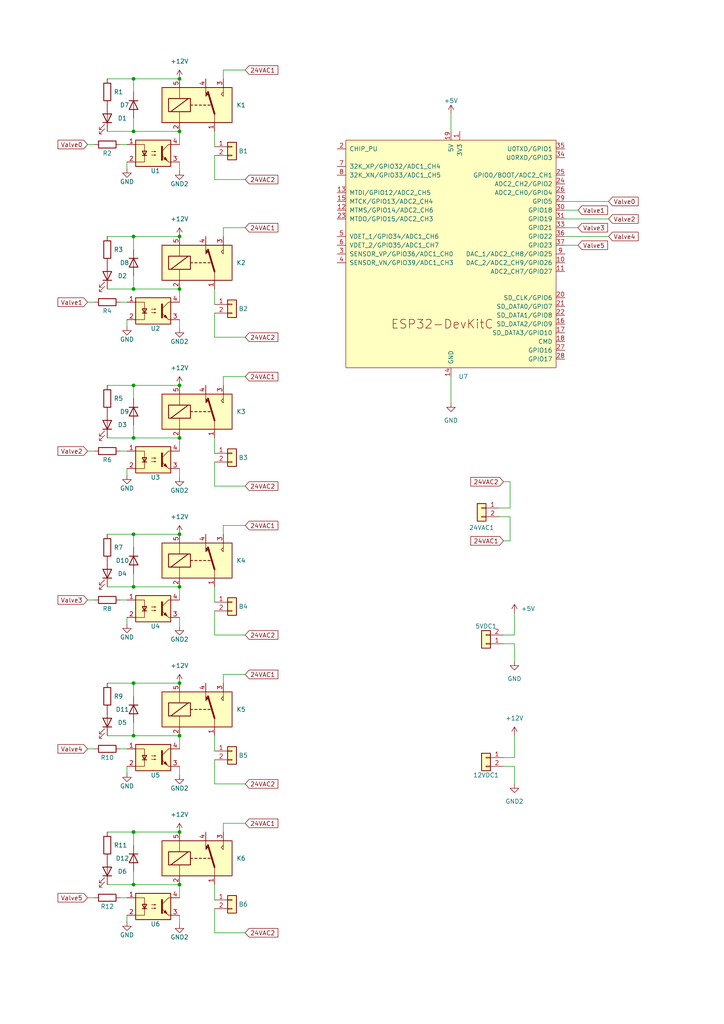
<source format=kicad_sch>
(kicad_sch (version 20230121) (generator eeschema)

  (uuid 15160342-dc75-4431-90c9-99ed45a4bb0c)

  (paper "A4" portrait)

  (title_block
    (title "Auto watering")
    (date "2023-08-21")
    (rev "1.3")
    (company "Mathieu ABATI & Patrick ABATI")
  )

  (lib_symbols
    (symbol "Connector_Generic:Conn_01x02" (pin_names (offset 1.016) hide) (in_bom yes) (on_board yes)
      (property "Reference" "J" (at 0 2.54 0)
        (effects (font (size 1.27 1.27)))
      )
      (property "Value" "Conn_01x02" (at 0 -5.08 0)
        (effects (font (size 1.27 1.27)))
      )
      (property "Footprint" "" (at 0 0 0)
        (effects (font (size 1.27 1.27)) hide)
      )
      (property "Datasheet" "~" (at 0 0 0)
        (effects (font (size 1.27 1.27)) hide)
      )
      (property "ki_keywords" "connector" (at 0 0 0)
        (effects (font (size 1.27 1.27)) hide)
      )
      (property "ki_description" "Generic connector, single row, 01x02, script generated (kicad-library-utils/schlib/autogen/connector/)" (at 0 0 0)
        (effects (font (size 1.27 1.27)) hide)
      )
      (property "ki_fp_filters" "Connector*:*_1x??_*" (at 0 0 0)
        (effects (font (size 1.27 1.27)) hide)
      )
      (symbol "Conn_01x02_1_1"
        (rectangle (start -1.27 -2.413) (end 0 -2.667)
          (stroke (width 0.1524) (type default))
          (fill (type none))
        )
        (rectangle (start -1.27 0.127) (end 0 -0.127)
          (stroke (width 0.1524) (type default))
          (fill (type none))
        )
        (rectangle (start -1.27 1.27) (end 1.27 -3.81)
          (stroke (width 0.254) (type default))
          (fill (type background))
        )
        (pin passive line (at -5.08 0 0) (length 3.81)
          (name "Pin_1" (effects (font (size 1.27 1.27))))
          (number "1" (effects (font (size 1.27 1.27))))
        )
        (pin passive line (at -5.08 -2.54 0) (length 3.81)
          (name "Pin_2" (effects (font (size 1.27 1.27))))
          (number "2" (effects (font (size 1.27 1.27))))
        )
      )
    )
    (symbol "Device:D" (pin_numbers hide) (pin_names (offset 1.016) hide) (in_bom yes) (on_board yes)
      (property "Reference" "D" (at 0 2.54 0)
        (effects (font (size 1.27 1.27)))
      )
      (property "Value" "D" (at 0 -2.54 0)
        (effects (font (size 1.27 1.27)))
      )
      (property "Footprint" "" (at 0 0 0)
        (effects (font (size 1.27 1.27)) hide)
      )
      (property "Datasheet" "~" (at 0 0 0)
        (effects (font (size 1.27 1.27)) hide)
      )
      (property "Sim.Device" "D" (at 0 0 0)
        (effects (font (size 1.27 1.27)) hide)
      )
      (property "Sim.Pins" "1=K 2=A" (at 0 0 0)
        (effects (font (size 1.27 1.27)) hide)
      )
      (property "ki_keywords" "diode" (at 0 0 0)
        (effects (font (size 1.27 1.27)) hide)
      )
      (property "ki_description" "Diode" (at 0 0 0)
        (effects (font (size 1.27 1.27)) hide)
      )
      (property "ki_fp_filters" "TO-???* *_Diode_* *SingleDiode* D_*" (at 0 0 0)
        (effects (font (size 1.27 1.27)) hide)
      )
      (symbol "D_0_1"
        (polyline
          (pts
            (xy -1.27 1.27)
            (xy -1.27 -1.27)
          )
          (stroke (width 0.254) (type default))
          (fill (type none))
        )
        (polyline
          (pts
            (xy 1.27 0)
            (xy -1.27 0)
          )
          (stroke (width 0) (type default))
          (fill (type none))
        )
        (polyline
          (pts
            (xy 1.27 1.27)
            (xy 1.27 -1.27)
            (xy -1.27 0)
            (xy 1.27 1.27)
          )
          (stroke (width 0.254) (type default))
          (fill (type none))
        )
      )
      (symbol "D_1_1"
        (pin passive line (at -3.81 0 0) (length 2.54)
          (name "K" (effects (font (size 1.27 1.27))))
          (number "1" (effects (font (size 1.27 1.27))))
        )
        (pin passive line (at 3.81 0 180) (length 2.54)
          (name "A" (effects (font (size 1.27 1.27))))
          (number "2" (effects (font (size 1.27 1.27))))
        )
      )
    )
    (symbol "Device:LED" (pin_numbers hide) (pin_names (offset 1.016) hide) (in_bom yes) (on_board yes)
      (property "Reference" "D" (at 0 2.54 0)
        (effects (font (size 1.27 1.27)))
      )
      (property "Value" "LED" (at 0 -2.54 0)
        (effects (font (size 1.27 1.27)))
      )
      (property "Footprint" "" (at 0 0 0)
        (effects (font (size 1.27 1.27)) hide)
      )
      (property "Datasheet" "~" (at 0 0 0)
        (effects (font (size 1.27 1.27)) hide)
      )
      (property "ki_keywords" "LED diode" (at 0 0 0)
        (effects (font (size 1.27 1.27)) hide)
      )
      (property "ki_description" "Light emitting diode" (at 0 0 0)
        (effects (font (size 1.27 1.27)) hide)
      )
      (property "ki_fp_filters" "LED* LED_SMD:* LED_THT:*" (at 0 0 0)
        (effects (font (size 1.27 1.27)) hide)
      )
      (symbol "LED_0_1"
        (polyline
          (pts
            (xy -1.27 -1.27)
            (xy -1.27 1.27)
          )
          (stroke (width 0.254) (type default))
          (fill (type none))
        )
        (polyline
          (pts
            (xy -1.27 0)
            (xy 1.27 0)
          )
          (stroke (width 0) (type default))
          (fill (type none))
        )
        (polyline
          (pts
            (xy 1.27 -1.27)
            (xy 1.27 1.27)
            (xy -1.27 0)
            (xy 1.27 -1.27)
          )
          (stroke (width 0.254) (type default))
          (fill (type none))
        )
        (polyline
          (pts
            (xy -3.048 -0.762)
            (xy -4.572 -2.286)
            (xy -3.81 -2.286)
            (xy -4.572 -2.286)
            (xy -4.572 -1.524)
          )
          (stroke (width 0) (type default))
          (fill (type none))
        )
        (polyline
          (pts
            (xy -1.778 -0.762)
            (xy -3.302 -2.286)
            (xy -2.54 -2.286)
            (xy -3.302 -2.286)
            (xy -3.302 -1.524)
          )
          (stroke (width 0) (type default))
          (fill (type none))
        )
      )
      (symbol "LED_1_1"
        (pin passive line (at -3.81 0 0) (length 2.54)
          (name "K" (effects (font (size 1.27 1.27))))
          (number "1" (effects (font (size 1.27 1.27))))
        )
        (pin passive line (at 3.81 0 180) (length 2.54)
          (name "A" (effects (font (size 1.27 1.27))))
          (number "2" (effects (font (size 1.27 1.27))))
        )
      )
    )
    (symbol "Device:R" (pin_numbers hide) (pin_names (offset 0)) (in_bom yes) (on_board yes)
      (property "Reference" "R" (at 2.032 0 90)
        (effects (font (size 1.27 1.27)))
      )
      (property "Value" "R" (at 0 0 90)
        (effects (font (size 1.27 1.27)))
      )
      (property "Footprint" "" (at -1.778 0 90)
        (effects (font (size 1.27 1.27)) hide)
      )
      (property "Datasheet" "~" (at 0 0 0)
        (effects (font (size 1.27 1.27)) hide)
      )
      (property "ki_keywords" "R res resistor" (at 0 0 0)
        (effects (font (size 1.27 1.27)) hide)
      )
      (property "ki_description" "Resistor" (at 0 0 0)
        (effects (font (size 1.27 1.27)) hide)
      )
      (property "ki_fp_filters" "R_*" (at 0 0 0)
        (effects (font (size 1.27 1.27)) hide)
      )
      (symbol "R_0_1"
        (rectangle (start -1.016 -2.54) (end 1.016 2.54)
          (stroke (width 0.254) (type default))
          (fill (type none))
        )
      )
      (symbol "R_1_1"
        (pin passive line (at 0 3.81 270) (length 1.27)
          (name "~" (effects (font (size 1.27 1.27))))
          (number "1" (effects (font (size 1.27 1.27))))
        )
        (pin passive line (at 0 -3.81 90) (length 1.27)
          (name "~" (effects (font (size 1.27 1.27))))
          (number "2" (effects (font (size 1.27 1.27))))
        )
      )
    )
    (symbol "Isolator:PC817" (pin_names (offset 1.016)) (in_bom yes) (on_board yes)
      (property "Reference" "U" (at -5.08 5.08 0)
        (effects (font (size 1.27 1.27)) (justify left))
      )
      (property "Value" "PC817" (at 0 5.08 0)
        (effects (font (size 1.27 1.27)) (justify left))
      )
      (property "Footprint" "Package_DIP:DIP-4_W7.62mm" (at -5.08 -5.08 0)
        (effects (font (size 1.27 1.27) italic) (justify left) hide)
      )
      (property "Datasheet" "http://www.soselectronic.cz/a_info/resource/d/pc817.pdf" (at 0 0 0)
        (effects (font (size 1.27 1.27)) (justify left) hide)
      )
      (property "ki_keywords" "NPN DC Optocoupler" (at 0 0 0)
        (effects (font (size 1.27 1.27)) hide)
      )
      (property "ki_description" "DC Optocoupler, Vce 35V, CTR 50-300%, DIP-4" (at 0 0 0)
        (effects (font (size 1.27 1.27)) hide)
      )
      (property "ki_fp_filters" "DIP*W7.62mm*" (at 0 0 0)
        (effects (font (size 1.27 1.27)) hide)
      )
      (symbol "PC817_0_1"
        (rectangle (start -5.08 3.81) (end 5.08 -3.81)
          (stroke (width 0.254) (type default))
          (fill (type background))
        )
        (polyline
          (pts
            (xy -3.175 -0.635)
            (xy -1.905 -0.635)
          )
          (stroke (width 0.254) (type default))
          (fill (type none))
        )
        (polyline
          (pts
            (xy 2.54 0.635)
            (xy 4.445 2.54)
          )
          (stroke (width 0) (type default))
          (fill (type none))
        )
        (polyline
          (pts
            (xy 4.445 -2.54)
            (xy 2.54 -0.635)
          )
          (stroke (width 0) (type default))
          (fill (type outline))
        )
        (polyline
          (pts
            (xy 4.445 -2.54)
            (xy 5.08 -2.54)
          )
          (stroke (width 0) (type default))
          (fill (type none))
        )
        (polyline
          (pts
            (xy 4.445 2.54)
            (xy 5.08 2.54)
          )
          (stroke (width 0) (type default))
          (fill (type none))
        )
        (polyline
          (pts
            (xy -5.08 2.54)
            (xy -2.54 2.54)
            (xy -2.54 -0.635)
          )
          (stroke (width 0) (type default))
          (fill (type none))
        )
        (polyline
          (pts
            (xy -2.54 -0.635)
            (xy -2.54 -2.54)
            (xy -5.08 -2.54)
          )
          (stroke (width 0) (type default))
          (fill (type none))
        )
        (polyline
          (pts
            (xy 2.54 1.905)
            (xy 2.54 -1.905)
            (xy 2.54 -1.905)
          )
          (stroke (width 0.508) (type default))
          (fill (type none))
        )
        (polyline
          (pts
            (xy -2.54 -0.635)
            (xy -3.175 0.635)
            (xy -1.905 0.635)
            (xy -2.54 -0.635)
          )
          (stroke (width 0.254) (type default))
          (fill (type none))
        )
        (polyline
          (pts
            (xy -0.508 -0.508)
            (xy 0.762 -0.508)
            (xy 0.381 -0.635)
            (xy 0.381 -0.381)
            (xy 0.762 -0.508)
          )
          (stroke (width 0) (type default))
          (fill (type none))
        )
        (polyline
          (pts
            (xy -0.508 0.508)
            (xy 0.762 0.508)
            (xy 0.381 0.381)
            (xy 0.381 0.635)
            (xy 0.762 0.508)
          )
          (stroke (width 0) (type default))
          (fill (type none))
        )
        (polyline
          (pts
            (xy 3.048 -1.651)
            (xy 3.556 -1.143)
            (xy 4.064 -2.159)
            (xy 3.048 -1.651)
            (xy 3.048 -1.651)
          )
          (stroke (width 0) (type default))
          (fill (type outline))
        )
      )
      (symbol "PC817_1_1"
        (pin passive line (at -7.62 2.54 0) (length 2.54)
          (name "~" (effects (font (size 1.27 1.27))))
          (number "1" (effects (font (size 1.27 1.27))))
        )
        (pin passive line (at -7.62 -2.54 0) (length 2.54)
          (name "~" (effects (font (size 1.27 1.27))))
          (number "2" (effects (font (size 1.27 1.27))))
        )
        (pin passive line (at 7.62 -2.54 180) (length 2.54)
          (name "~" (effects (font (size 1.27 1.27))))
          (number "3" (effects (font (size 1.27 1.27))))
        )
        (pin passive line (at 7.62 2.54 180) (length 2.54)
          (name "~" (effects (font (size 1.27 1.27))))
          (number "4" (effects (font (size 1.27 1.27))))
        )
      )
    )
    (symbol "PCM_Espressif:ESP32-DevKitC" (pin_names (offset 1.016)) (in_bom yes) (on_board yes)
      (property "Reference" "U" (at -30.48 38.1 0)
        (effects (font (size 1.27 1.27)) (justify left))
      )
      (property "Value" "ESP32-DevKitC" (at -30.48 35.56 0)
        (effects (font (size 1.27 1.27)) (justify left))
      )
      (property "Footprint" "Espressif:ESP32-DevKitC" (at 0 -43.18 0)
        (effects (font (size 1.27 1.27)) hide)
      )
      (property "Datasheet" "https://docs.espressif.com/projects/esp-idf/zh_CN/latest/esp32/hw-reference/esp32/get-started-devkitc.html" (at 0 -45.72 0)
        (effects (font (size 1.27 1.27)) hide)
      )
      (property "ki_keywords" "ESP32" (at 0 0 0)
        (effects (font (size 1.27 1.27)) hide)
      )
      (property "ki_description" "Development Kit" (at 0 0 0)
        (effects (font (size 1.27 1.27)) hide)
      )
      (symbol "ESP32-DevKitC_0_0"
        (text "ESP32-DevKitC" (at -2.54 -20.32 0)
          (effects (font (size 2.54 2.54)))
        )
        (pin power_in line (at 0 -35.56 90) (length 2.54)
          (name "GND" (effects (font (size 1.27 1.27))))
          (number "14" (effects (font (size 1.27 1.27))))
        )
        (pin power_in line (at 0 35.56 270) (length 2.54)
          (name "5V" (effects (font (size 1.27 1.27))))
          (number "19" (effects (font (size 1.27 1.27))))
        )
      )
      (symbol "ESP32-DevKitC_0_1"
        (rectangle (start -30.48 33.02) (end 30.48 -33.02)
          (stroke (width 0) (type default))
          (fill (type background))
        )
      )
      (symbol "ESP32-DevKitC_1_1"
        (pin power_in line (at 2.54 35.56 270) (length 2.54)
          (name "3V3" (effects (font (size 1.27 1.27))))
          (number "1" (effects (font (size 1.27 1.27))))
        )
        (pin bidirectional line (at 33.02 -2.54 180) (length 2.54)
          (name "DAC_2/ADC2_CH9/GPIO26" (effects (font (size 1.27 1.27))))
          (number "10" (effects (font (size 1.27 1.27))))
        )
        (pin bidirectional line (at 33.02 -5.08 180) (length 2.54)
          (name "ADC2_CH7/GPIO27" (effects (font (size 1.27 1.27))))
          (number "11" (effects (font (size 1.27 1.27))))
        )
        (pin bidirectional line (at -33.02 12.7 0) (length 2.54)
          (name "MTMS/GPIO14/ADC2_CH6" (effects (font (size 1.27 1.27))))
          (number "12" (effects (font (size 1.27 1.27))))
        )
        (pin bidirectional line (at -33.02 17.78 0) (length 2.54)
          (name "MTDI/GPIO12/ADC2_CH5" (effects (font (size 1.27 1.27))))
          (number "13" (effects (font (size 1.27 1.27))))
        )
        (pin bidirectional line (at -33.02 15.24 0) (length 2.54)
          (name "MTCK/GPIO13/ADC2_CH4" (effects (font (size 1.27 1.27))))
          (number "15" (effects (font (size 1.27 1.27))))
        )
        (pin bidirectional line (at 33.02 -20.32 180) (length 2.54)
          (name "SD_DATA2/GPIO9" (effects (font (size 1.27 1.27))))
          (number "16" (effects (font (size 1.27 1.27))))
        )
        (pin bidirectional line (at 33.02 -22.86 180) (length 2.54)
          (name "SD_DATA3/GPIO10" (effects (font (size 1.27 1.27))))
          (number "17" (effects (font (size 1.27 1.27))))
        )
        (pin bidirectional line (at 33.02 -25.4 180) (length 2.54)
          (name "CMD" (effects (font (size 1.27 1.27))))
          (number "18" (effects (font (size 1.27 1.27))))
        )
        (pin input line (at -33.02 30.48 0) (length 2.54)
          (name "CHIP_PU" (effects (font (size 1.27 1.27))))
          (number "2" (effects (font (size 1.27 1.27))))
        )
        (pin bidirectional line (at 33.02 -12.7 180) (length 2.54)
          (name "SD_CLK/GPIO6" (effects (font (size 1.27 1.27))))
          (number "20" (effects (font (size 1.27 1.27))))
        )
        (pin bidirectional line (at 33.02 -15.24 180) (length 2.54)
          (name "SD_DATA0/GPIO7" (effects (font (size 1.27 1.27))))
          (number "21" (effects (font (size 1.27 1.27))))
        )
        (pin bidirectional line (at 33.02 -17.78 180) (length 2.54)
          (name "SD_DATA1/GPIO8" (effects (font (size 1.27 1.27))))
          (number "22" (effects (font (size 1.27 1.27))))
        )
        (pin bidirectional line (at -33.02 10.16 0) (length 2.54)
          (name "MTDO/GPIO15/ADC2_CH3" (effects (font (size 1.27 1.27))))
          (number "23" (effects (font (size 1.27 1.27))))
        )
        (pin bidirectional line (at 33.02 20.32 180) (length 2.54)
          (name "ADC2_CH2/GPIO2" (effects (font (size 1.27 1.27))))
          (number "24" (effects (font (size 1.27 1.27))))
        )
        (pin bidirectional line (at 33.02 22.86 180) (length 2.54)
          (name "GPIO0/BOOT/ADC2_CH1" (effects (font (size 1.27 1.27))))
          (number "25" (effects (font (size 1.27 1.27))))
        )
        (pin bidirectional line (at 33.02 17.78 180) (length 2.54)
          (name "ADC2_CH0/GPIO4" (effects (font (size 1.27 1.27))))
          (number "26" (effects (font (size 1.27 1.27))))
        )
        (pin bidirectional line (at 33.02 -27.94 180) (length 2.54)
          (name "GPIO16" (effects (font (size 1.27 1.27))))
          (number "27" (effects (font (size 1.27 1.27))))
        )
        (pin bidirectional line (at 33.02 -30.48 180) (length 2.54)
          (name "GPIO17" (effects (font (size 1.27 1.27))))
          (number "28" (effects (font (size 1.27 1.27))))
        )
        (pin bidirectional line (at 33.02 15.24 180) (length 2.54)
          (name "GPIO5" (effects (font (size 1.27 1.27))))
          (number "29" (effects (font (size 1.27 1.27))))
        )
        (pin input line (at -33.02 0 0) (length 2.54)
          (name "SENSOR_VP/GPIO36/ADC1_CH0" (effects (font (size 1.27 1.27))))
          (number "3" (effects (font (size 1.27 1.27))))
        )
        (pin bidirectional line (at 33.02 12.7 180) (length 2.54)
          (name "GPIO18" (effects (font (size 1.27 1.27))))
          (number "30" (effects (font (size 1.27 1.27))))
        )
        (pin bidirectional line (at 33.02 10.16 180) (length 2.54)
          (name "GPIO19" (effects (font (size 1.27 1.27))))
          (number "31" (effects (font (size 1.27 1.27))))
        )
        (pin passive line (at 0 -35.56 90) (length 2.54) hide
          (name "GND" (effects (font (size 1.27 1.27))))
          (number "32" (effects (font (size 1.27 1.27))))
        )
        (pin bidirectional line (at 33.02 7.62 180) (length 2.54)
          (name "GPIO21" (effects (font (size 1.27 1.27))))
          (number "33" (effects (font (size 1.27 1.27))))
        )
        (pin bidirectional line (at 33.02 27.94 180) (length 2.54)
          (name "U0RXD/GPIO3" (effects (font (size 1.27 1.27))))
          (number "34" (effects (font (size 1.27 1.27))))
        )
        (pin bidirectional line (at 33.02 30.48 180) (length 2.54)
          (name "U0TXD/GPIO1" (effects (font (size 1.27 1.27))))
          (number "35" (effects (font (size 1.27 1.27))))
        )
        (pin bidirectional line (at 33.02 5.08 180) (length 2.54)
          (name "GPIO22" (effects (font (size 1.27 1.27))))
          (number "36" (effects (font (size 1.27 1.27))))
        )
        (pin bidirectional line (at 33.02 2.54 180) (length 2.54)
          (name "GPIO23" (effects (font (size 1.27 1.27))))
          (number "37" (effects (font (size 1.27 1.27))))
        )
        (pin passive line (at 0 -35.56 90) (length 2.54) hide
          (name "GND" (effects (font (size 1.27 1.27))))
          (number "38" (effects (font (size 1.27 1.27))))
        )
        (pin input line (at -33.02 -2.54 0) (length 2.54)
          (name "SENSOR_VN/GPIO39/ADC1_CH3" (effects (font (size 1.27 1.27))))
          (number "4" (effects (font (size 1.27 1.27))))
        )
        (pin input line (at -33.02 5.08 0) (length 2.54)
          (name "VDET_1/GPIO34/ADC1_CH6" (effects (font (size 1.27 1.27))))
          (number "5" (effects (font (size 1.27 1.27))))
        )
        (pin input line (at -33.02 2.54 0) (length 2.54)
          (name "VDET_2/GPIO35/ADC1_CH7" (effects (font (size 1.27 1.27))))
          (number "6" (effects (font (size 1.27 1.27))))
        )
        (pin bidirectional line (at -33.02 25.4 0) (length 2.54)
          (name "32K_XP/GPIO32/ADC1_CH4" (effects (font (size 1.27 1.27))))
          (number "7" (effects (font (size 1.27 1.27))))
        )
        (pin bidirectional line (at -33.02 22.86 0) (length 2.54)
          (name "32K_XN/GPIO33/ADC1_CH5" (effects (font (size 1.27 1.27))))
          (number "8" (effects (font (size 1.27 1.27))))
        )
        (pin bidirectional line (at 33.02 0 180) (length 2.54)
          (name "DAC_1/ADC2_CH8/GPIO25" (effects (font (size 1.27 1.27))))
          (number "9" (effects (font (size 1.27 1.27))))
        )
      )
    )
    (symbol "Relay:SANYOU_SRD_Form_C" (in_bom yes) (on_board yes)
      (property "Reference" "K" (at 11.43 3.81 0)
        (effects (font (size 1.27 1.27)) (justify left))
      )
      (property "Value" "SANYOU_SRD_Form_C" (at 11.43 1.27 0)
        (effects (font (size 1.27 1.27)) (justify left))
      )
      (property "Footprint" "Relay_THT:Relay_SPDT_SANYOU_SRD_Series_Form_C" (at 11.43 -1.27 0)
        (effects (font (size 1.27 1.27)) (justify left) hide)
      )
      (property "Datasheet" "http://www.sanyourelay.ca/public/products/pdf/SRD.pdf" (at 0 0 0)
        (effects (font (size 1.27 1.27)) hide)
      )
      (property "ki_keywords" "Single Pole Relay SPDT" (at 0 0 0)
        (effects (font (size 1.27 1.27)) hide)
      )
      (property "ki_description" "Sanyo SRD relay, Single Pole Miniature Power Relay," (at 0 0 0)
        (effects (font (size 1.27 1.27)) hide)
      )
      (property "ki_fp_filters" "Relay*SPDT*SANYOU*SRD*Series*Form*C*" (at 0 0 0)
        (effects (font (size 1.27 1.27)) hide)
      )
      (symbol "SANYOU_SRD_Form_C_0_0"
        (polyline
          (pts
            (xy 7.62 5.08)
            (xy 7.62 2.54)
            (xy 6.985 3.175)
            (xy 7.62 3.81)
          )
          (stroke (width 0) (type default))
          (fill (type none))
        )
      )
      (symbol "SANYOU_SRD_Form_C_0_1"
        (rectangle (start -10.16 5.08) (end 10.16 -5.08)
          (stroke (width 0.254) (type default))
          (fill (type background))
        )
        (rectangle (start -8.255 1.905) (end -1.905 -1.905)
          (stroke (width 0.254) (type default))
          (fill (type none))
        )
        (polyline
          (pts
            (xy -7.62 -1.905)
            (xy -2.54 1.905)
          )
          (stroke (width 0.254) (type default))
          (fill (type none))
        )
        (polyline
          (pts
            (xy -5.08 -5.08)
            (xy -5.08 -1.905)
          )
          (stroke (width 0) (type default))
          (fill (type none))
        )
        (polyline
          (pts
            (xy -5.08 5.08)
            (xy -5.08 1.905)
          )
          (stroke (width 0) (type default))
          (fill (type none))
        )
        (polyline
          (pts
            (xy -1.905 0)
            (xy -1.27 0)
          )
          (stroke (width 0.254) (type default))
          (fill (type none))
        )
        (polyline
          (pts
            (xy -0.635 0)
            (xy 0 0)
          )
          (stroke (width 0.254) (type default))
          (fill (type none))
        )
        (polyline
          (pts
            (xy 0.635 0)
            (xy 1.27 0)
          )
          (stroke (width 0.254) (type default))
          (fill (type none))
        )
        (polyline
          (pts
            (xy 1.905 0)
            (xy 2.54 0)
          )
          (stroke (width 0.254) (type default))
          (fill (type none))
        )
        (polyline
          (pts
            (xy 3.175 0)
            (xy 3.81 0)
          )
          (stroke (width 0.254) (type default))
          (fill (type none))
        )
        (polyline
          (pts
            (xy 5.08 -2.54)
            (xy 3.175 3.81)
          )
          (stroke (width 0.508) (type default))
          (fill (type none))
        )
        (polyline
          (pts
            (xy 5.08 -2.54)
            (xy 5.08 -5.08)
          )
          (stroke (width 0) (type default))
          (fill (type none))
        )
      )
      (symbol "SANYOU_SRD_Form_C_1_1"
        (polyline
          (pts
            (xy 2.54 3.81)
            (xy 3.175 3.175)
            (xy 2.54 2.54)
            (xy 2.54 5.08)
          )
          (stroke (width 0) (type default))
          (fill (type outline))
        )
        (pin passive line (at 5.08 -7.62 90) (length 2.54)
          (name "~" (effects (font (size 1.27 1.27))))
          (number "1" (effects (font (size 1.27 1.27))))
        )
        (pin passive line (at -5.08 -7.62 90) (length 2.54)
          (name "~" (effects (font (size 1.27 1.27))))
          (number "2" (effects (font (size 1.27 1.27))))
        )
        (pin passive line (at 7.62 7.62 270) (length 2.54)
          (name "~" (effects (font (size 1.27 1.27))))
          (number "3" (effects (font (size 1.27 1.27))))
        )
        (pin passive line (at 2.54 7.62 270) (length 2.54)
          (name "~" (effects (font (size 1.27 1.27))))
          (number "4" (effects (font (size 1.27 1.27))))
        )
        (pin passive line (at -5.08 7.62 270) (length 2.54)
          (name "~" (effects (font (size 1.27 1.27))))
          (number "5" (effects (font (size 1.27 1.27))))
        )
      )
    )
    (symbol "power:+12V" (power) (pin_names (offset 0)) (in_bom yes) (on_board yes)
      (property "Reference" "#PWR" (at 0 -3.81 0)
        (effects (font (size 1.27 1.27)) hide)
      )
      (property "Value" "+12V" (at 0 3.556 0)
        (effects (font (size 1.27 1.27)))
      )
      (property "Footprint" "" (at 0 0 0)
        (effects (font (size 1.27 1.27)) hide)
      )
      (property "Datasheet" "" (at 0 0 0)
        (effects (font (size 1.27 1.27)) hide)
      )
      (property "ki_keywords" "global power" (at 0 0 0)
        (effects (font (size 1.27 1.27)) hide)
      )
      (property "ki_description" "Power symbol creates a global label with name \"+12V\"" (at 0 0 0)
        (effects (font (size 1.27 1.27)) hide)
      )
      (symbol "+12V_0_1"
        (polyline
          (pts
            (xy -0.762 1.27)
            (xy 0 2.54)
          )
          (stroke (width 0) (type default))
          (fill (type none))
        )
        (polyline
          (pts
            (xy 0 0)
            (xy 0 2.54)
          )
          (stroke (width 0) (type default))
          (fill (type none))
        )
        (polyline
          (pts
            (xy 0 2.54)
            (xy 0.762 1.27)
          )
          (stroke (width 0) (type default))
          (fill (type none))
        )
      )
      (symbol "+12V_1_1"
        (pin power_in line (at 0 0 90) (length 0) hide
          (name "+12V" (effects (font (size 1.27 1.27))))
          (number "1" (effects (font (size 1.27 1.27))))
        )
      )
    )
    (symbol "power:+5V" (power) (pin_names (offset 0)) (in_bom yes) (on_board yes)
      (property "Reference" "#PWR" (at 0 -3.81 0)
        (effects (font (size 1.27 1.27)) hide)
      )
      (property "Value" "+5V" (at 0 3.556 0)
        (effects (font (size 1.27 1.27)))
      )
      (property "Footprint" "" (at 0 0 0)
        (effects (font (size 1.27 1.27)) hide)
      )
      (property "Datasheet" "" (at 0 0 0)
        (effects (font (size 1.27 1.27)) hide)
      )
      (property "ki_keywords" "global power" (at 0 0 0)
        (effects (font (size 1.27 1.27)) hide)
      )
      (property "ki_description" "Power symbol creates a global label with name \"+5V\"" (at 0 0 0)
        (effects (font (size 1.27 1.27)) hide)
      )
      (symbol "+5V_0_1"
        (polyline
          (pts
            (xy -0.762 1.27)
            (xy 0 2.54)
          )
          (stroke (width 0) (type default))
          (fill (type none))
        )
        (polyline
          (pts
            (xy 0 0)
            (xy 0 2.54)
          )
          (stroke (width 0) (type default))
          (fill (type none))
        )
        (polyline
          (pts
            (xy 0 2.54)
            (xy 0.762 1.27)
          )
          (stroke (width 0) (type default))
          (fill (type none))
        )
      )
      (symbol "+5V_1_1"
        (pin power_in line (at 0 0 90) (length 0) hide
          (name "+5V" (effects (font (size 1.27 1.27))))
          (number "1" (effects (font (size 1.27 1.27))))
        )
      )
    )
    (symbol "power:GND" (power) (pin_names (offset 0)) (in_bom yes) (on_board yes)
      (property "Reference" "#PWR" (at 0 -6.35 0)
        (effects (font (size 1.27 1.27)) hide)
      )
      (property "Value" "GND" (at 0 -3.81 0)
        (effects (font (size 1.27 1.27)))
      )
      (property "Footprint" "" (at 0 0 0)
        (effects (font (size 1.27 1.27)) hide)
      )
      (property "Datasheet" "" (at 0 0 0)
        (effects (font (size 1.27 1.27)) hide)
      )
      (property "ki_keywords" "global power" (at 0 0 0)
        (effects (font (size 1.27 1.27)) hide)
      )
      (property "ki_description" "Power symbol creates a global label with name \"GND\" , ground" (at 0 0 0)
        (effects (font (size 1.27 1.27)) hide)
      )
      (symbol "GND_0_1"
        (polyline
          (pts
            (xy 0 0)
            (xy 0 -1.27)
            (xy 1.27 -1.27)
            (xy 0 -2.54)
            (xy -1.27 -1.27)
            (xy 0 -1.27)
          )
          (stroke (width 0) (type default))
          (fill (type none))
        )
      )
      (symbol "GND_1_1"
        (pin power_in line (at 0 0 270) (length 0) hide
          (name "GND" (effects (font (size 1.27 1.27))))
          (number "1" (effects (font (size 1.27 1.27))))
        )
      )
    )
    (symbol "power:GND2" (power) (pin_names (offset 0)) (in_bom yes) (on_board yes)
      (property "Reference" "#PWR" (at 0 -6.35 0)
        (effects (font (size 1.27 1.27)) hide)
      )
      (property "Value" "GND2" (at 0 -3.81 0)
        (effects (font (size 1.27 1.27)))
      )
      (property "Footprint" "" (at 0 0 0)
        (effects (font (size 1.27 1.27)) hide)
      )
      (property "Datasheet" "" (at 0 0 0)
        (effects (font (size 1.27 1.27)) hide)
      )
      (property "ki_keywords" "global power" (at 0 0 0)
        (effects (font (size 1.27 1.27)) hide)
      )
      (property "ki_description" "Power symbol creates a global label with name \"GND2\" , ground" (at 0 0 0)
        (effects (font (size 1.27 1.27)) hide)
      )
      (symbol "GND2_0_1"
        (polyline
          (pts
            (xy 0 0)
            (xy 0 -1.27)
            (xy 1.27 -1.27)
            (xy 0 -2.54)
            (xy -1.27 -1.27)
            (xy 0 -1.27)
          )
          (stroke (width 0) (type default))
          (fill (type none))
        )
      )
      (symbol "GND2_1_1"
        (pin power_in line (at 0 0 270) (length 0) hide
          (name "GND2" (effects (font (size 1.27 1.27))))
          (number "1" (effects (font (size 1.27 1.27))))
        )
      )
    )
  )

  (junction (at 52.07 22.86) (diameter 0) (color 0 0 0 0)
    (uuid 15339b8b-95bd-4b77-b090-81e0c4a2bdc5)
  )
  (junction (at 38.735 241.3) (diameter 0) (color 0 0 0 0)
    (uuid 16ebc2d9-38f2-4b21-918a-b19ea6bf7171)
  )
  (junction (at 52.07 154.94) (diameter 0) (color 0 0 0 0)
    (uuid 18be5218-ead8-407f-8563-a7905f73bc66)
  )
  (junction (at 38.735 154.94) (diameter 0) (color 0 0 0 0)
    (uuid 2f147c3d-6b3a-4ee7-b386-0087bbd845ff)
  )
  (junction (at 52.07 68.58) (diameter 0) (color 0 0 0 0)
    (uuid 38ea5b6f-f66b-4796-8f20-c1a58d49e22e)
  )
  (junction (at 52.07 38.1) (diameter 0) (color 0 0 0 0)
    (uuid 3aa9d4b7-7cd3-4ef5-be5a-25003a4e084f)
  )
  (junction (at 38.735 213.36) (diameter 0) (color 0 0 0 0)
    (uuid 46ae5a13-d250-43f4-be7b-1faf80ce56c6)
  )
  (junction (at 38.735 68.58) (diameter 0) (color 0 0 0 0)
    (uuid 49bf1e5f-9c9d-4e50-8f13-8ddf68471f23)
  )
  (junction (at 38.735 111.76) (diameter 0) (color 0 0 0 0)
    (uuid 4c7ae0ea-ad5e-4499-ac26-5d8ee2378055)
  )
  (junction (at 38.735 198.12) (diameter 0) (color 0 0 0 0)
    (uuid 55dfd317-ed69-4f00-8aaa-6366d5b88b76)
  )
  (junction (at 52.07 170.18) (diameter 0) (color 0 0 0 0)
    (uuid 5987963f-828d-410f-a402-12ab0de75d94)
  )
  (junction (at 52.07 111.76) (diameter 0) (color 0 0 0 0)
    (uuid 69767db4-9356-484c-9812-10ac0308ec5f)
  )
  (junction (at 52.07 241.3) (diameter 0) (color 0 0 0 0)
    (uuid 6eca71b2-ff16-4c08-863f-494dccd712b1)
  )
  (junction (at 38.735 170.18) (diameter 0) (color 0 0 0 0)
    (uuid 75d33007-ae76-4211-ad56-b2d85fcb121f)
  )
  (junction (at 52.07 213.36) (diameter 0) (color 0 0 0 0)
    (uuid 75ede37c-94f6-49bc-97f6-4658184e1a21)
  )
  (junction (at 52.07 198.12) (diameter 0) (color 0 0 0 0)
    (uuid 78d0bb83-8f96-4565-abae-dfe8da44a7f0)
  )
  (junction (at 38.735 83.82) (diameter 0) (color 0 0 0 0)
    (uuid 83ecb351-ed8f-4df6-a283-d0f4e9043332)
  )
  (junction (at 38.735 22.86) (diameter 0) (color 0 0 0 0)
    (uuid 8e42592e-1717-46f5-9f58-a3d14089f563)
  )
  (junction (at 38.735 38.1) (diameter 0) (color 0 0 0 0)
    (uuid 94639add-de33-484f-88fb-4ac3352f1d10)
  )
  (junction (at 38.735 256.54) (diameter 0) (color 0 0 0 0)
    (uuid 9afa45dc-42ce-4926-8f0e-cadca3ebcd1b)
  )
  (junction (at 52.07 256.54) (diameter 0) (color 0 0 0 0)
    (uuid aa70a57b-c1b0-483e-b542-967b1851dd8b)
  )
  (junction (at 52.07 83.82) (diameter 0) (color 0 0 0 0)
    (uuid ab094867-3b12-401c-be8a-608f6426133c)
  )
  (junction (at 38.735 127) (diameter 0) (color 0 0 0 0)
    (uuid f2799df0-85a0-4575-8fe1-93ecae1de95a)
  )
  (junction (at 52.07 127) (diameter 0) (color 0 0 0 0)
    (uuid fc7c4723-d966-4d3d-baf8-8702d0625e80)
  )

  (wire (pts (xy 52.07 92.71) (xy 52.07 95.25))
    (stroke (width 0) (type default))
    (uuid 022e52cd-51dd-4fa8-aa27-fcb4075b1d51)
  )
  (wire (pts (xy 31.115 170.18) (xy 38.735 170.18))
    (stroke (width 0) (type default))
    (uuid 04bc77fe-79e7-498c-96fd-491bbde211ce)
  )
  (wire (pts (xy 149.225 186.69) (xy 149.225 191.77))
    (stroke (width 0) (type default))
    (uuid 07bf44a8-3128-4846-91c3-59062f5ae480)
  )
  (wire (pts (xy 25.4 41.91) (xy 27.305 41.91))
    (stroke (width 0) (type default))
    (uuid 0a0058cf-fc80-4339-a98d-d79fa9f42ead)
  )
  (wire (pts (xy 31.115 38.1) (xy 38.735 38.1))
    (stroke (width 0) (type default))
    (uuid 0fe5ae37-8ea0-4a59-a1a0-2ad234540419)
  )
  (wire (pts (xy 34.925 260.35) (xy 36.83 260.35))
    (stroke (width 0) (type default))
    (uuid 137305f9-cb91-46a2-9a19-3664c5af77fd)
  )
  (wire (pts (xy 62.23 213.36) (xy 62.23 217.805))
    (stroke (width 0) (type default))
    (uuid 144b3cdc-0fe4-499f-ae1f-33b397b40597)
  )
  (wire (pts (xy 34.925 41.91) (xy 36.83 41.91))
    (stroke (width 0) (type default))
    (uuid 16d4dcbb-92be-44c9-b48b-f415a74e1455)
  )
  (wire (pts (xy 62.23 227.33) (xy 62.23 220.345))
    (stroke (width 0) (type default))
    (uuid 17809aac-beca-4a0c-bb46-cd631eff0f57)
  )
  (wire (pts (xy 64.77 195.58) (xy 64.77 198.12))
    (stroke (width 0) (type default))
    (uuid 17da6746-64ab-42ef-b317-2bcdb85027fa)
  )
  (wire (pts (xy 64.77 109.22) (xy 64.77 111.76))
    (stroke (width 0) (type default))
    (uuid 1e5fdf41-dd08-4e56-b743-91625770b3df)
  )
  (wire (pts (xy 38.735 115.57) (xy 38.735 111.76))
    (stroke (width 0) (type default))
    (uuid 1f750179-01aa-44d7-8e8e-94925c850fd6)
  )
  (wire (pts (xy 38.735 213.36) (xy 52.07 213.36))
    (stroke (width 0) (type default))
    (uuid 2064c682-a7ac-4761-a167-1ed8cb501a25)
  )
  (wire (pts (xy 38.735 68.58) (xy 52.07 68.58))
    (stroke (width 0) (type default))
    (uuid 20afb463-9699-46a7-81ce-5ed14ffe8b21)
  )
  (wire (pts (xy 149.225 222.25) (xy 146.05 222.25))
    (stroke (width 0) (type default))
    (uuid 2239c0d9-ed2d-46b8-a587-8a30da3646b0)
  )
  (wire (pts (xy 38.735 241.3) (xy 52.07 241.3))
    (stroke (width 0) (type default))
    (uuid 28dba0ef-3892-4c75-9c2c-7174ed9a6951)
  )
  (wire (pts (xy 38.735 80.01) (xy 38.735 83.82))
    (stroke (width 0) (type default))
    (uuid 2c21dc6b-8ee2-4150-885e-0d02141480eb)
  )
  (wire (pts (xy 38.735 201.93) (xy 38.735 198.12))
    (stroke (width 0) (type default))
    (uuid 2d7c0fba-ada1-40ee-a958-ed8e3ee5f26c)
  )
  (wire (pts (xy 38.735 252.73) (xy 38.735 256.54))
    (stroke (width 0) (type default))
    (uuid 2e12a255-4fb9-4f85-bf43-89cf9ffe214e)
  )
  (wire (pts (xy 64.77 20.32) (xy 64.77 22.86))
    (stroke (width 0) (type default))
    (uuid 3163e82d-7e28-442a-ac1f-f3ae4467b983)
  )
  (wire (pts (xy 71.12 109.22) (xy 64.77 109.22))
    (stroke (width 0) (type default))
    (uuid 34b36d54-4ddd-4ca8-aafc-513107f5a81b)
  )
  (wire (pts (xy 31.115 68.58) (xy 38.735 68.58))
    (stroke (width 0) (type default))
    (uuid 36a0fa3b-cbc8-47cd-98d2-73db2f3cf547)
  )
  (wire (pts (xy 62.23 127) (xy 62.23 131.445))
    (stroke (width 0) (type default))
    (uuid 37b5c547-b053-48b0-b4dd-193fc584f7b0)
  )
  (wire (pts (xy 71.12 20.32) (xy 64.77 20.32))
    (stroke (width 0) (type default))
    (uuid 3a7f623c-1178-4bfd-ba9d-4a1b963c38db)
  )
  (wire (pts (xy 38.735 38.1) (xy 52.07 38.1))
    (stroke (width 0) (type default))
    (uuid 3c060e7f-ce28-4ce9-b467-832370ee66d2)
  )
  (wire (pts (xy 163.83 63.5) (xy 176.53 63.5))
    (stroke (width 0) (type default))
    (uuid 3e2fd34f-3470-4649-8852-1d4b1c8c0095)
  )
  (wire (pts (xy 71.12 97.79) (xy 62.23 97.79))
    (stroke (width 0) (type default))
    (uuid 3e5883f9-058d-4bd5-b597-563003724b6d)
  )
  (wire (pts (xy 38.735 256.54) (xy 52.07 256.54))
    (stroke (width 0) (type default))
    (uuid 3f3393b3-e895-469d-a969-14f597a96f9a)
  )
  (wire (pts (xy 71.12 140.97) (xy 62.23 140.97))
    (stroke (width 0) (type default))
    (uuid 40b69c20-9390-40e1-8cff-cf04b689d39f)
  )
  (wire (pts (xy 163.83 66.04) (xy 167.64 66.04))
    (stroke (width 0) (type default))
    (uuid 41495632-9540-4bd8-b2b7-dc19746f8590)
  )
  (wire (pts (xy 38.735 83.82) (xy 52.07 83.82))
    (stroke (width 0) (type default))
    (uuid 41a87397-1051-4c2e-acab-54ca62a20e3b)
  )
  (wire (pts (xy 38.735 72.39) (xy 38.735 68.58))
    (stroke (width 0) (type default))
    (uuid 46c99dd8-323c-4a31-af55-1d7078500fe5)
  )
  (wire (pts (xy 31.115 154.94) (xy 38.735 154.94))
    (stroke (width 0) (type default))
    (uuid 47afffe1-b90c-4473-a237-9d9c05b6577d)
  )
  (wire (pts (xy 34.925 87.63) (xy 36.83 87.63))
    (stroke (width 0) (type default))
    (uuid 4921ccd6-3bc1-4672-93ee-dab16e9dd4de)
  )
  (wire (pts (xy 38.735 111.76) (xy 52.07 111.76))
    (stroke (width 0) (type default))
    (uuid 492ecb56-dcc8-4b81-b2e2-13dee924ee41)
  )
  (wire (pts (xy 31.115 198.12) (xy 38.735 198.12))
    (stroke (width 0) (type default))
    (uuid 5158cf5d-627c-46a3-8fc3-10de71d3f8fc)
  )
  (wire (pts (xy 38.735 127) (xy 52.07 127))
    (stroke (width 0) (type default))
    (uuid 517d7f84-70d8-4fc9-81c2-d2d42c7a90fb)
  )
  (wire (pts (xy 36.83 48.895) (xy 36.83 46.99))
    (stroke (width 0) (type default))
    (uuid 519dd747-ecaa-4c3c-9e67-e4092e63aaf7)
  )
  (wire (pts (xy 163.83 60.96) (xy 167.64 60.96))
    (stroke (width 0) (type default))
    (uuid 55249830-ec14-4977-87dc-8d67e406acec)
  )
  (wire (pts (xy 36.83 180.975) (xy 36.83 179.07))
    (stroke (width 0) (type default))
    (uuid 596fbbb1-9106-4195-b04c-a3dda681cc53)
  )
  (wire (pts (xy 31.115 241.3) (xy 38.735 241.3))
    (stroke (width 0) (type default))
    (uuid 5f494a4d-f24d-42e7-8f86-9a42a0658ea5)
  )
  (wire (pts (xy 62.23 270.51) (xy 62.23 263.525))
    (stroke (width 0) (type default))
    (uuid 6029e8cc-85ba-4fdf-ac7d-ba87592c5965)
  )
  (wire (pts (xy 64.77 66.04) (xy 64.77 68.58))
    (stroke (width 0) (type default))
    (uuid 606111a8-a1aa-42f6-81cc-fc9bcb3df546)
  )
  (wire (pts (xy 71.12 152.4) (xy 64.77 152.4))
    (stroke (width 0) (type default))
    (uuid 63a2d1d5-1d4f-4b26-a960-a06a19d731cc)
  )
  (wire (pts (xy 38.735 198.12) (xy 52.07 198.12))
    (stroke (width 0) (type default))
    (uuid 64b1b96a-1ae6-4586-8a60-7104f7f85ebb)
  )
  (wire (pts (xy 71.12 66.04) (xy 64.77 66.04))
    (stroke (width 0) (type default))
    (uuid 6a925b02-98b2-4351-a73d-60657174d966)
  )
  (wire (pts (xy 64.77 238.76) (xy 64.77 241.3))
    (stroke (width 0) (type default))
    (uuid 6b82d2e1-384a-44c8-b4dd-fcad1bd878a9)
  )
  (wire (pts (xy 149.225 184.15) (xy 149.225 177.8))
    (stroke (width 0) (type default))
    (uuid 6dc8008f-1a80-4227-910c-8bae572d99fc)
  )
  (wire (pts (xy 62.23 170.18) (xy 62.23 174.625))
    (stroke (width 0) (type default))
    (uuid 6f4042ab-4798-4238-9ee0-901503d19901)
  )
  (wire (pts (xy 146.05 186.69) (xy 149.225 186.69))
    (stroke (width 0) (type default))
    (uuid 6f877875-53df-4180-b841-4ce83d7ea941)
  )
  (wire (pts (xy 146.05 139.7) (xy 147.955 139.7))
    (stroke (width 0) (type default))
    (uuid 70407e51-a0ed-459c-8ea3-02d23e2b4e3c)
  )
  (wire (pts (xy 31.115 111.76) (xy 38.735 111.76))
    (stroke (width 0) (type default))
    (uuid 753cfc07-5390-4154-83d9-1a06555a8286)
  )
  (wire (pts (xy 147.955 139.7) (xy 147.955 147.32))
    (stroke (width 0) (type default))
    (uuid 75c43c57-2568-4aca-81c9-8b656557a6fc)
  )
  (wire (pts (xy 31.115 256.54) (xy 38.735 256.54))
    (stroke (width 0) (type default))
    (uuid 75d1d9ce-346a-4d7a-8072-e216315e6d2a)
  )
  (wire (pts (xy 25.4 260.35) (xy 27.305 260.35))
    (stroke (width 0) (type default))
    (uuid 7910f5ba-b613-4f47-82ea-22bf5b399dad)
  )
  (wire (pts (xy 52.07 170.18) (xy 52.07 173.99))
    (stroke (width 0) (type default))
    (uuid 83abbe30-bb2e-4e84-b079-e5ced27f7e1c)
  )
  (wire (pts (xy 62.23 140.97) (xy 62.23 133.985))
    (stroke (width 0) (type default))
    (uuid 853ea6fb-ebca-4d42-8760-abc860f0e3b0)
  )
  (wire (pts (xy 52.07 222.25) (xy 52.07 224.79))
    (stroke (width 0) (type default))
    (uuid 858b5756-d342-464c-bc1b-beb02b6c198b)
  )
  (wire (pts (xy 36.83 267.335) (xy 36.83 265.43))
    (stroke (width 0) (type default))
    (uuid 85ec02a9-e11a-4fb6-9375-cb7ef4f39397)
  )
  (wire (pts (xy 147.955 156.845) (xy 147.955 149.86))
    (stroke (width 0) (type default))
    (uuid 918e8d83-bd21-466c-9f10-7feb662f40b3)
  )
  (wire (pts (xy 38.735 166.37) (xy 38.735 170.18))
    (stroke (width 0) (type default))
    (uuid 95a59ca4-7bcd-40ce-aa0b-8042667be1b8)
  )
  (wire (pts (xy 25.4 217.17) (xy 27.305 217.17))
    (stroke (width 0) (type default))
    (uuid 96875567-9d1b-4e00-9562-48a587d7c383)
  )
  (wire (pts (xy 38.735 123.19) (xy 38.735 127))
    (stroke (width 0) (type default))
    (uuid 96d0be05-2f2b-4160-ac78-42fbc17bf0b5)
  )
  (wire (pts (xy 62.23 256.54) (xy 62.23 260.985))
    (stroke (width 0) (type default))
    (uuid 970a0429-1cba-4cc5-a819-c28f521b8405)
  )
  (wire (pts (xy 52.07 83.82) (xy 52.07 87.63))
    (stroke (width 0) (type default))
    (uuid 971e20a6-bf06-44fc-85e0-c33f77baeb88)
  )
  (wire (pts (xy 38.735 158.75) (xy 38.735 154.94))
    (stroke (width 0) (type default))
    (uuid 9811bd56-329d-44b4-a3ce-34fb496aaae3)
  )
  (wire (pts (xy 38.735 22.86) (xy 52.07 22.86))
    (stroke (width 0) (type default))
    (uuid 98bed4f2-aa0d-4d00-a8db-d15a1d0344dc)
  )
  (wire (pts (xy 71.12 184.15) (xy 62.23 184.15))
    (stroke (width 0) (type default))
    (uuid 9af6501b-485f-43f5-9127-0e0a7a56373f)
  )
  (wire (pts (xy 25.4 87.63) (xy 27.305 87.63))
    (stroke (width 0) (type default))
    (uuid 9fe3416f-fead-4e73-8f7d-bae0de94ce64)
  )
  (wire (pts (xy 71.12 227.33) (xy 62.23 227.33))
    (stroke (width 0) (type default))
    (uuid a2d4bf7c-2834-42fd-b855-871c9f753d2c)
  )
  (wire (pts (xy 64.77 152.4) (xy 64.77 154.94))
    (stroke (width 0) (type default))
    (uuid a41dcc35-881c-413a-ab24-566e34e78481)
  )
  (wire (pts (xy 38.735 209.55) (xy 38.735 213.36))
    (stroke (width 0) (type default))
    (uuid a619ddf3-3394-4fcc-b4a8-a274b985036d)
  )
  (wire (pts (xy 62.23 52.07) (xy 62.23 45.085))
    (stroke (width 0) (type default))
    (uuid a7765e68-04f3-4400-af3c-7e7409610614)
  )
  (wire (pts (xy 52.07 256.54) (xy 52.07 260.35))
    (stroke (width 0) (type default))
    (uuid ab16baf0-1f03-4c3d-9922-6e56f5639225)
  )
  (wire (pts (xy 38.735 154.94) (xy 52.07 154.94))
    (stroke (width 0) (type default))
    (uuid ac3ef21a-de4b-4f37-9a81-4de94e4b84d3)
  )
  (wire (pts (xy 146.05 184.15) (xy 149.225 184.15))
    (stroke (width 0) (type default))
    (uuid ac3fb52c-7ede-4288-8770-93b8931bea4a)
  )
  (wire (pts (xy 36.83 94.615) (xy 36.83 92.71))
    (stroke (width 0) (type default))
    (uuid ac482ce5-16d7-44b9-a3ff-cc7428380ae0)
  )
  (wire (pts (xy 146.05 156.845) (xy 147.955 156.845))
    (stroke (width 0) (type default))
    (uuid ae869452-4388-4ea5-9823-10f27cc747c2)
  )
  (wire (pts (xy 52.07 265.43) (xy 52.07 267.97))
    (stroke (width 0) (type default))
    (uuid b2356b84-51f9-40c7-9285-39a3b587f712)
  )
  (wire (pts (xy 34.925 130.81) (xy 36.83 130.81))
    (stroke (width 0) (type default))
    (uuid b279bc82-8a07-4e42-a0aa-e9d75c2d5512)
  )
  (wire (pts (xy 149.225 222.25) (xy 149.225 227.33))
    (stroke (width 0) (type default))
    (uuid b2de679f-d2c3-4cbf-926e-fe9f0abe10f3)
  )
  (wire (pts (xy 52.07 213.36) (xy 52.07 217.17))
    (stroke (width 0) (type default))
    (uuid b63fff2d-f88f-4461-8e74-34abf5845fa0)
  )
  (wire (pts (xy 52.07 127) (xy 52.07 130.81))
    (stroke (width 0) (type default))
    (uuid b6c61b25-50fb-49dc-a54f-b0b9a9896324)
  )
  (wire (pts (xy 38.735 34.29) (xy 38.735 38.1))
    (stroke (width 0) (type default))
    (uuid b9103527-6724-42ac-be2a-c3e6333e710b)
  )
  (wire (pts (xy 52.07 38.1) (xy 52.07 41.91))
    (stroke (width 0) (type default))
    (uuid bbbca1c3-6cf0-4f9c-848b-172509a757c8)
  )
  (wire (pts (xy 31.115 213.36) (xy 38.735 213.36))
    (stroke (width 0) (type default))
    (uuid bf71fe37-f72d-4eb6-b60f-e429890789ba)
  )
  (wire (pts (xy 38.735 245.11) (xy 38.735 241.3))
    (stroke (width 0) (type default))
    (uuid bfcb71df-c25c-490b-a819-72698a08648a)
  )
  (wire (pts (xy 149.225 219.71) (xy 149.225 213.36))
    (stroke (width 0) (type default))
    (uuid c08316b8-5122-4aca-99e2-418d1f51f897)
  )
  (wire (pts (xy 25.4 173.99) (xy 27.305 173.99))
    (stroke (width 0) (type default))
    (uuid c118ba8e-6240-4fe4-9eb5-875d7bf59a03)
  )
  (wire (pts (xy 31.115 127) (xy 38.735 127))
    (stroke (width 0) (type default))
    (uuid c1ff893a-ce52-4a7e-88cd-d21e27fd58bf)
  )
  (wire (pts (xy 71.12 195.58) (xy 64.77 195.58))
    (stroke (width 0) (type default))
    (uuid c2b9f46d-927a-42d8-a1e1-054449455988)
  )
  (wire (pts (xy 31.115 83.82) (xy 38.735 83.82))
    (stroke (width 0) (type default))
    (uuid c8dacaa4-41fd-4f35-98ee-76e7ac734671)
  )
  (wire (pts (xy 144.78 147.32) (xy 147.955 147.32))
    (stroke (width 0) (type default))
    (uuid c97df1b3-da7f-47e0-a971-8375ec4d1e65)
  )
  (wire (pts (xy 146.05 219.71) (xy 149.225 219.71))
    (stroke (width 0) (type default))
    (uuid d3fbe1f2-04ea-464a-9448-d409353191a4)
  )
  (wire (pts (xy 62.23 97.79) (xy 62.23 90.805))
    (stroke (width 0) (type default))
    (uuid d801e93d-b3a2-4316-8d62-ac3ef6089b72)
  )
  (wire (pts (xy 62.23 83.82) (xy 62.23 88.265))
    (stroke (width 0) (type default))
    (uuid dd37b93e-bc15-4206-a20c-cad373c32b2b)
  )
  (wire (pts (xy 52.07 135.89) (xy 52.07 138.43))
    (stroke (width 0) (type default))
    (uuid dd463320-861b-4019-b7a6-42d9f2e6cf66)
  )
  (wire (pts (xy 163.83 68.58) (xy 176.53 68.58))
    (stroke (width 0) (type default))
    (uuid dd950a7c-47cd-4714-8ee3-592cb8c8adec)
  )
  (wire (pts (xy 71.12 238.76) (xy 64.77 238.76))
    (stroke (width 0) (type default))
    (uuid e0acff13-af91-40a0-b5b1-4201e5a98637)
  )
  (wire (pts (xy 176.53 58.42) (xy 163.83 58.42))
    (stroke (width 0) (type default))
    (uuid e15d30ea-798a-4312-a3ed-16a5f4a42427)
  )
  (wire (pts (xy 130.81 33.02) (xy 130.81 38.1))
    (stroke (width 0) (type default))
    (uuid e76ca0e6-c4fb-4458-80b7-e89c82ae87a3)
  )
  (wire (pts (xy 34.925 217.17) (xy 36.83 217.17))
    (stroke (width 0) (type default))
    (uuid e85c7415-a2c7-4cf4-a4e4-1ae7ad6e0201)
  )
  (wire (pts (xy 62.23 184.15) (xy 62.23 177.165))
    (stroke (width 0) (type default))
    (uuid ef385cb3-e2aa-4bfa-bc35-8bc80fccda96)
  )
  (wire (pts (xy 62.23 38.1) (xy 62.23 42.545))
    (stroke (width 0) (type default))
    (uuid f48a5b09-1dec-4b67-ba80-f2bdb2c58eea)
  )
  (wire (pts (xy 38.735 26.67) (xy 38.735 22.86))
    (stroke (width 0) (type default))
    (uuid f4cd5b21-a307-4641-94db-12a65a56b5f5)
  )
  (wire (pts (xy 25.4 130.81) (xy 27.305 130.81))
    (stroke (width 0) (type default))
    (uuid f5286b8f-cbe2-4be6-83ed-43e64047cd14)
  )
  (wire (pts (xy 36.83 224.155) (xy 36.83 222.25))
    (stroke (width 0) (type default))
    (uuid f5b2d6d7-b758-4236-a58f-25b9e46ab564)
  )
  (wire (pts (xy 71.12 52.07) (xy 62.23 52.07))
    (stroke (width 0) (type default))
    (uuid f60204e1-302d-4fcd-b916-f077b636d040)
  )
  (wire (pts (xy 38.735 170.18) (xy 52.07 170.18))
    (stroke (width 0) (type default))
    (uuid f7b5556b-e8c0-4074-8416-01f94a4a202e)
  )
  (wire (pts (xy 31.115 22.86) (xy 38.735 22.86))
    (stroke (width 0) (type default))
    (uuid f7d6452b-447a-4ef6-817e-bdbe7afd704d)
  )
  (wire (pts (xy 34.925 173.99) (xy 36.83 173.99))
    (stroke (width 0) (type default))
    (uuid f85b6c62-0cab-4b4c-b4fc-5dcf007b7c29)
  )
  (wire (pts (xy 144.78 149.86) (xy 147.955 149.86))
    (stroke (width 0) (type default))
    (uuid f95cd4e8-5917-4675-a257-7b3a58878e38)
  )
  (wire (pts (xy 163.83 71.12) (xy 167.64 71.12))
    (stroke (width 0) (type default))
    (uuid fbb33004-b28c-41e0-b994-9459a433859e)
  )
  (wire (pts (xy 52.07 46.99) (xy 52.07 49.53))
    (stroke (width 0) (type default))
    (uuid fd44085d-0821-48d3-bf8c-f034da6850d8)
  )
  (wire (pts (xy 71.12 270.51) (xy 62.23 270.51))
    (stroke (width 0) (type default))
    (uuid fd5f37c8-90a2-4230-945f-53c02067714f)
  )
  (wire (pts (xy 52.07 179.07) (xy 52.07 181.61))
    (stroke (width 0) (type default))
    (uuid fedf189d-1a40-449f-9d84-988925486543)
  )
  (wire (pts (xy 130.81 116.84) (xy 130.81 109.22))
    (stroke (width 0) (type default))
    (uuid ff066288-95ab-4864-a5d5-c194dc93b640)
  )
  (wire (pts (xy 36.83 137.795) (xy 36.83 135.89))
    (stroke (width 0) (type default))
    (uuid ff25530a-6e5d-424a-a594-34b8fa710c55)
  )

  (global_label "Valve2" (shape input) (at 25.4 130.81 180) (fields_autoplaced)
    (effects (font (size 1.27 1.27)) (justify right))
    (uuid 05223f8c-0d5e-4eea-af5e-5283d30d028b)
    (property "Intersheetrefs" "${INTERSHEET_REFS}" (at 16.2463 130.81 0)
      (effects (font (size 1.27 1.27)) (justify right) hide)
    )
  )
  (global_label "Valve1" (shape input) (at 25.4 87.63 180) (fields_autoplaced)
    (effects (font (size 1.27 1.27)) (justify right))
    (uuid 1a19452a-882e-4331-9bcb-cb396ec0c764)
    (property "Intersheetrefs" "${INTERSHEET_REFS}" (at 16.2463 87.63 0)
      (effects (font (size 1.27 1.27)) (justify right) hide)
    )
  )
  (global_label "Valve5" (shape input) (at 167.64 71.12 0) (fields_autoplaced)
    (effects (font (size 1.27 1.27)) (justify left))
    (uuid 28895aa1-5a93-46c8-9efe-59c7baca5f2d)
    (property "Intersheetrefs" "${INTERSHEET_REFS}" (at 176.7143 71.12 0)
      (effects (font (size 1.27 1.27)) (justify left) hide)
    )
  )
  (global_label "24VAC2" (shape input) (at 71.12 270.51 0) (fields_autoplaced)
    (effects (font (size 1.27 1.27)) (justify left))
    (uuid 2f745638-a42b-4b16-8d10-7d6dfcfbf53b)
    (property "Intersheetrefs" "${INTERSHEET_REFS}" (at 81.1015 270.51 0)
      (effects (font (size 1.27 1.27)) (justify left) hide)
    )
  )
  (global_label "24VAC2" (shape input) (at 71.12 227.33 0) (fields_autoplaced)
    (effects (font (size 1.27 1.27)) (justify left))
    (uuid 34483e75-e03d-43b6-aad3-4785c5fe9cf7)
    (property "Intersheetrefs" "${INTERSHEET_REFS}" (at 81.1015 227.33 0)
      (effects (font (size 1.27 1.27)) (justify left) hide)
    )
  )
  (global_label "24VAC2" (shape input) (at 71.12 140.97 0) (fields_autoplaced)
    (effects (font (size 1.27 1.27)) (justify left))
    (uuid 458b6500-05d0-479c-ae0a-a8cfa4356b62)
    (property "Intersheetrefs" "${INTERSHEET_REFS}" (at 81.1015 140.97 0)
      (effects (font (size 1.27 1.27)) (justify left) hide)
    )
  )
  (global_label "24VAC1" (shape input) (at 146.05 156.845 180) (fields_autoplaced)
    (effects (font (size 1.27 1.27)) (justify right))
    (uuid 47f83982-e751-4ddf-aa44-1c3d5c003cf7)
    (property "Intersheetrefs" "${INTERSHEET_REFS}" (at 136.0685 156.845 0)
      (effects (font (size 1.27 1.27)) (justify right) hide)
    )
  )
  (global_label "Valve2" (shape input) (at 176.53 63.5 0) (fields_autoplaced)
    (effects (font (size 1.27 1.27)) (justify left))
    (uuid 581ff52d-201d-40ed-b9ee-497a9daa81ac)
    (property "Intersheetrefs" "${INTERSHEET_REFS}" (at 185.6043 63.5 0)
      (effects (font (size 1.27 1.27)) (justify left) hide)
    )
  )
  (global_label "24VAC2" (shape input) (at 71.12 184.15 0) (fields_autoplaced)
    (effects (font (size 1.27 1.27)) (justify left))
    (uuid 588a38fa-24f3-4574-b045-bb7f12aa90b3)
    (property "Intersheetrefs" "${INTERSHEET_REFS}" (at 81.1015 184.15 0)
      (effects (font (size 1.27 1.27)) (justify left) hide)
    )
  )
  (global_label "24VAC2" (shape input) (at 71.12 52.07 0) (fields_autoplaced)
    (effects (font (size 1.27 1.27)) (justify left))
    (uuid 5dbd554c-9412-4673-9ebf-d328b0b7a89f)
    (property "Intersheetrefs" "${INTERSHEET_REFS}" (at 81.1015 52.07 0)
      (effects (font (size 1.27 1.27)) (justify left) hide)
    )
  )
  (global_label "Valve0" (shape input) (at 176.53 58.42 0) (fields_autoplaced)
    (effects (font (size 1.27 1.27)) (justify left))
    (uuid 5f8cf52b-51a5-4ddb-8b1f-a7a0d3ec7f84)
    (property "Intersheetrefs" "${INTERSHEET_REFS}" (at 185.6043 58.42 0)
      (effects (font (size 1.27 1.27)) (justify left) hide)
    )
  )
  (global_label "24VAC2" (shape input) (at 71.12 97.79 0) (fields_autoplaced)
    (effects (font (size 1.27 1.27)) (justify left))
    (uuid 65c94aed-14c3-453d-9db2-66954fba4d30)
    (property "Intersheetrefs" "${INTERSHEET_REFS}" (at 81.1015 97.79 0)
      (effects (font (size 1.27 1.27)) (justify left) hide)
    )
  )
  (global_label "Valve4" (shape input) (at 176.53 68.58 0) (fields_autoplaced)
    (effects (font (size 1.27 1.27)) (justify left))
    (uuid 67117897-d44b-4c9b-8a70-5ea06886daeb)
    (property "Intersheetrefs" "${INTERSHEET_REFS}" (at 185.6043 68.58 0)
      (effects (font (size 1.27 1.27)) (justify left) hide)
    )
  )
  (global_label "Valve3" (shape input) (at 25.4 173.99 180) (fields_autoplaced)
    (effects (font (size 1.27 1.27)) (justify right))
    (uuid 79baadc5-408f-41a7-bf0e-32e303df78e6)
    (property "Intersheetrefs" "${INTERSHEET_REFS}" (at 16.2463 173.99 0)
      (effects (font (size 1.27 1.27)) (justify right) hide)
    )
  )
  (global_label "24VAC1" (shape input) (at 71.12 20.32 0) (fields_autoplaced)
    (effects (font (size 1.27 1.27)) (justify left))
    (uuid 83a862aa-e852-4387-866e-a0348e63e742)
    (property "Intersheetrefs" "${INTERSHEET_REFS}" (at 81.1015 20.32 0)
      (effects (font (size 1.27 1.27)) (justify left) hide)
    )
  )
  (global_label "24VAC1" (shape input) (at 71.12 152.4 0) (fields_autoplaced)
    (effects (font (size 1.27 1.27)) (justify left))
    (uuid 845c3fd4-ef71-4db8-aa1c-266ba33d4ab8)
    (property "Intersheetrefs" "${INTERSHEET_REFS}" (at 81.1015 152.4 0)
      (effects (font (size 1.27 1.27)) (justify left) hide)
    )
  )
  (global_label "24VAC1" (shape input) (at 71.12 195.58 0) (fields_autoplaced)
    (effects (font (size 1.27 1.27)) (justify left))
    (uuid 883a7474-30e9-492f-a898-e61e8fb2b363)
    (property "Intersheetrefs" "${INTERSHEET_REFS}" (at 81.1015 195.58 0)
      (effects (font (size 1.27 1.27)) (justify left) hide)
    )
  )
  (global_label "24VAC1" (shape input) (at 71.12 109.22 0) (fields_autoplaced)
    (effects (font (size 1.27 1.27)) (justify left))
    (uuid 9a415e10-a30a-4852-9383-d521ebb575ae)
    (property "Intersheetrefs" "${INTERSHEET_REFS}" (at 81.1015 109.22 0)
      (effects (font (size 1.27 1.27)) (justify left) hide)
    )
  )
  (global_label "Valve5" (shape input) (at 25.4 260.35 180) (fields_autoplaced)
    (effects (font (size 1.27 1.27)) (justify right))
    (uuid a6cc0e46-356f-4820-9a90-bd76adf37c66)
    (property "Intersheetrefs" "${INTERSHEET_REFS}" (at 16.2463 260.35 0)
      (effects (font (size 1.27 1.27)) (justify right) hide)
    )
  )
  (global_label "Valve4" (shape input) (at 25.4 217.17 180) (fields_autoplaced)
    (effects (font (size 1.27 1.27)) (justify right))
    (uuid a78284dd-1bae-4f44-b7cf-7806ea8c213a)
    (property "Intersheetrefs" "${INTERSHEET_REFS}" (at 16.2463 217.17 0)
      (effects (font (size 1.27 1.27)) (justify right) hide)
    )
  )
  (global_label "Valve0" (shape input) (at 25.4 41.91 180) (fields_autoplaced)
    (effects (font (size 1.27 1.27)) (justify right))
    (uuid b8f3ecb1-dcee-4a8a-b4a7-ce31a45c8483)
    (property "Intersheetrefs" "${INTERSHEET_REFS}" (at 16.2463 41.91 0)
      (effects (font (size 1.27 1.27)) (justify right) hide)
    )
  )
  (global_label "24VAC1" (shape input) (at 71.12 66.04 0) (fields_autoplaced)
    (effects (font (size 1.27 1.27)) (justify left))
    (uuid c2c9d16b-2662-4aa1-a390-b0b2091488d4)
    (property "Intersheetrefs" "${INTERSHEET_REFS}" (at 81.1015 66.04 0)
      (effects (font (size 1.27 1.27)) (justify left) hide)
    )
  )
  (global_label "Valve3" (shape input) (at 167.64 66.04 0) (fields_autoplaced)
    (effects (font (size 1.27 1.27)) (justify left))
    (uuid d6ca2b7b-dacb-4eed-b85e-a9f483a2aa18)
    (property "Intersheetrefs" "${INTERSHEET_REFS}" (at 176.7143 66.04 0)
      (effects (font (size 1.27 1.27)) (justify left) hide)
    )
  )
  (global_label "24VAC1" (shape input) (at 71.12 238.76 0) (fields_autoplaced)
    (effects (font (size 1.27 1.27)) (justify left))
    (uuid db151e05-fdee-4086-8502-18bae0a5c652)
    (property "Intersheetrefs" "${INTERSHEET_REFS}" (at 81.1015 238.76 0)
      (effects (font (size 1.27 1.27)) (justify left) hide)
    )
  )
  (global_label "24VAC2" (shape input) (at 146.05 139.7 180) (fields_autoplaced)
    (effects (font (size 1.27 1.27)) (justify right))
    (uuid fdb64764-de44-4867-8731-53b783b2abca)
    (property "Intersheetrefs" "${INTERSHEET_REFS}" (at 136.0685 139.7 0)
      (effects (font (size 1.27 1.27)) (justify right) hide)
    )
  )
  (global_label "Valve1" (shape input) (at 167.64 60.96 0) (fields_autoplaced)
    (effects (font (size 1.27 1.27)) (justify left))
    (uuid fe09d8de-ed8d-40be-9236-a6bd8e87a5c5)
    (property "Intersheetrefs" "${INTERSHEET_REFS}" (at 176.7143 60.96 0)
      (effects (font (size 1.27 1.27)) (justify left) hide)
    )
  )

  (symbol (lib_id "Device:R") (at 31.115 217.17 90) (mirror x) (unit 1)
    (in_bom yes) (on_board yes) (dnp no)
    (uuid 00237d4d-a672-4f7f-afea-6dcea31087cd)
    (property "Reference" "R10" (at 31.115 219.71 90)
      (effects (font (size 1.27 1.27)))
    )
    (property "Value" "56" (at 31.115 219.71 90)
      (effects (font (size 1.27 1.27)) hide)
    )
    (property "Footprint" "Resistor_THT:R_Axial_DIN0207_L6.3mm_D2.5mm_P10.16mm_Horizontal" (at 31.115 215.392 90)
      (effects (font (size 1.27 1.27)) hide)
    )
    (property "Datasheet" "~" (at 31.115 217.17 0)
      (effects (font (size 1.27 1.27)) hide)
    )
    (pin "1" (uuid 45ad11d2-105a-4b4a-a9b8-7f740dcdecc4))
    (pin "2" (uuid 2fc67c16-3dfa-44e5-85e0-1ec58c74a1a0))
    (instances
      (project "auto_watering"
        (path "/15160342-dc75-4431-90c9-99ed45a4bb0c"
          (reference "R10") (unit 1)
        )
      )
    )
  )

  (symbol (lib_id "power:GND2") (at 52.07 267.97 0) (unit 1)
    (in_bom yes) (on_board yes) (dnp no)
    (uuid 0498a3c5-f12d-4385-bf03-20c602b6234e)
    (property "Reference" "#PWR018" (at 52.07 274.32 0)
      (effects (font (size 1.27 1.27)) hide)
    )
    (property "Value" "GND2" (at 52.07 271.78 0)
      (effects (font (size 1.27 1.27)))
    )
    (property "Footprint" "" (at 52.07 267.97 0)
      (effects (font (size 1.27 1.27)) hide)
    )
    (property "Datasheet" "" (at 52.07 267.97 0)
      (effects (font (size 1.27 1.27)) hide)
    )
    (pin "1" (uuid 9ad819cc-e33a-49f4-abce-213118419f72))
    (instances
      (project "auto_watering"
        (path "/15160342-dc75-4431-90c9-99ed45a4bb0c"
          (reference "#PWR018") (unit 1)
        )
      )
    )
  )

  (symbol (lib_id "power:+12V") (at 52.07 241.3 0) (unit 1)
    (in_bom yes) (on_board yes) (dnp no) (fields_autoplaced)
    (uuid 072be7ed-4ab5-48bc-a0c2-db00ec303fb3)
    (property "Reference" "#PWR017" (at 52.07 245.11 0)
      (effects (font (size 1.27 1.27)) hide)
    )
    (property "Value" "+12V" (at 52.07 236.22 0)
      (effects (font (size 1.27 1.27)))
    )
    (property "Footprint" "" (at 52.07 241.3 0)
      (effects (font (size 1.27 1.27)) hide)
    )
    (property "Datasheet" "" (at 52.07 241.3 0)
      (effects (font (size 1.27 1.27)) hide)
    )
    (pin "1" (uuid 8b6a2433-5cdd-483f-aa55-db028f34a7ad))
    (instances
      (project "auto_watering"
        (path "/15160342-dc75-4431-90c9-99ed45a4bb0c"
          (reference "#PWR017") (unit 1)
        )
      )
    )
  )

  (symbol (lib_id "Isolator:PC817") (at 44.45 133.35 0) (unit 1)
    (in_bom yes) (on_board yes) (dnp no)
    (uuid 0a52fe3e-5b0b-4991-92aa-7e4561bfc9cd)
    (property "Reference" "U3" (at 45.085 138.43 0)
      (effects (font (size 1.27 1.27)))
    )
    (property "Value" "PC817" (at 40.005 139.065 0)
      (effects (font (size 1.27 1.27)) hide)
    )
    (property "Footprint" "Package_DIP:DIP-4_W7.62mm" (at 39.37 138.43 0)
      (effects (font (size 1.27 1.27) italic) (justify left) hide)
    )
    (property "Datasheet" "http://www.soselectronic.cz/a_info/resource/d/pc817.pdf" (at 44.45 133.35 0)
      (effects (font (size 1.27 1.27)) (justify left) hide)
    )
    (pin "1" (uuid dd95565c-a60d-42f4-88a6-422abec3ad8e))
    (pin "2" (uuid bd33c410-07a0-42cd-a09a-fef860effd15))
    (pin "3" (uuid 07c67ffe-2c09-438b-a009-8e5c0e04a122))
    (pin "4" (uuid 74d25fbf-a0eb-4c1a-8451-b581de582743))
    (instances
      (project "auto_watering"
        (path "/15160342-dc75-4431-90c9-99ed45a4bb0c"
          (reference "U3") (unit 1)
        )
      )
    )
  )

  (symbol (lib_id "power:GND") (at 36.83 180.975 0) (unit 1)
    (in_bom yes) (on_board yes) (dnp no)
    (uuid 1933dbba-4761-4baa-a84d-389e2fe60369)
    (property "Reference" "#PWR04" (at 36.83 187.325 0)
      (effects (font (size 1.27 1.27)) hide)
    )
    (property "Value" "GND" (at 36.83 184.785 0)
      (effects (font (size 1.27 1.27)))
    )
    (property "Footprint" "" (at 36.83 180.975 0)
      (effects (font (size 1.27 1.27)) hide)
    )
    (property "Datasheet" "" (at 36.83 180.975 0)
      (effects (font (size 1.27 1.27)) hide)
    )
    (pin "1" (uuid 1da53de0-74ca-43f3-8c12-4519eeb548b5))
    (instances
      (project "auto_watering"
        (path "/15160342-dc75-4431-90c9-99ed45a4bb0c"
          (reference "#PWR04") (unit 1)
        )
      )
    )
  )

  (symbol (lib_id "Relay:SANYOU_SRD_Form_C") (at 57.15 162.56 0) (unit 1)
    (in_bom yes) (on_board yes) (dnp no) (fields_autoplaced)
    (uuid 1df96ce2-835d-4832-a897-c5536a0baa80)
    (property "Reference" "K4" (at 68.58 162.56 0)
      (effects (font (size 1.27 1.27)) (justify left))
    )
    (property "Value" "SRD12VDC" (at 69.215 164.465 0)
      (effects (font (size 1.27 1.27)) (justify left) hide)
    )
    (property "Footprint" "Relay_THT:Relay_SPDT_SANYOU_SRD_Series_Form_C" (at 68.58 163.83 0)
      (effects (font (size 1.27 1.27)) (justify left) hide)
    )
    (property "Datasheet" "http://www.sanyourelay.ca/public/products/pdf/SRD.pdf" (at 57.15 162.56 0)
      (effects (font (size 1.27 1.27)) hide)
    )
    (pin "1" (uuid a7b9ef1f-d926-41f7-af40-dad45be92798))
    (pin "2" (uuid 558c300f-1062-49ab-8b67-cbc13196a156))
    (pin "3" (uuid d48164f8-3ac2-4f86-ab92-13568d1946db))
    (pin "4" (uuid f531795e-bef8-41c0-ac64-fce58a13bb76))
    (pin "5" (uuid 382a95c6-442a-4f31-994f-b489fe326b29))
    (instances
      (project "auto_watering"
        (path "/15160342-dc75-4431-90c9-99ed45a4bb0c"
          (reference "K4") (unit 1)
        )
      )
    )
  )

  (symbol (lib_id "Isolator:PC817") (at 44.45 219.71 0) (unit 1)
    (in_bom yes) (on_board yes) (dnp no)
    (uuid 22c06ffb-cce3-432b-b2d0-c577879e2189)
    (property "Reference" "U5" (at 45.085 224.79 0)
      (effects (font (size 1.27 1.27)))
    )
    (property "Value" "PC817" (at 40.005 225.425 0)
      (effects (font (size 1.27 1.27)) hide)
    )
    (property "Footprint" "Package_DIP:DIP-4_W7.62mm" (at 39.37 224.79 0)
      (effects (font (size 1.27 1.27) italic) (justify left) hide)
    )
    (property "Datasheet" "http://www.soselectronic.cz/a_info/resource/d/pc817.pdf" (at 44.45 219.71 0)
      (effects (font (size 1.27 1.27)) (justify left) hide)
    )
    (pin "1" (uuid 9cd9dce4-5574-4e6d-9180-db47d6b11dd7))
    (pin "2" (uuid 9c5b3157-14e3-41e7-b445-04245897cfae))
    (pin "3" (uuid 3e388207-b40c-4aee-9859-3550697a1ed8))
    (pin "4" (uuid 2cafa3d9-640a-4209-854d-26f2ab57c65f))
    (instances
      (project "auto_watering"
        (path "/15160342-dc75-4431-90c9-99ed45a4bb0c"
          (reference "U5") (unit 1)
        )
      )
    )
  )

  (symbol (lib_id "Connector_Generic:Conn_01x02") (at 139.7 147.32 0) (mirror y) (unit 1)
    (in_bom yes) (on_board yes) (dnp no)
    (uuid 25e50549-8dc6-40db-a918-daacea2cfbea)
    (property "Reference" "24VAC1" (at 139.7 153.035 0)
      (effects (font (size 1.27 1.27)))
    )
    (property "Value" "Conn_01x02" (at 139.7 153.035 0)
      (effects (font (size 1.27 1.27)) hide)
    )
    (property "Footprint" "TerminalBlock_Phoenix:TerminalBlock_Phoenix_MKDS-1,5-2_1x02_P5.00mm_Horizontal" (at 139.7 147.32 0)
      (effects (font (size 1.27 1.27)) hide)
    )
    (property "Datasheet" "~" (at 139.7 147.32 0)
      (effects (font (size 1.27 1.27)) hide)
    )
    (pin "1" (uuid 401c6d3b-2476-4c7d-81c0-3f0f45cfd747))
    (pin "2" (uuid 54774ee5-c254-488f-b822-3441b2b51480))
    (instances
      (project "auto_watering"
        (path "/15160342-dc75-4431-90c9-99ed45a4bb0c"
          (reference "24VAC1") (unit 1)
        )
      )
    )
  )

  (symbol (lib_id "Isolator:PC817") (at 44.45 90.17 0) (unit 1)
    (in_bom yes) (on_board yes) (dnp no)
    (uuid 2752985a-811b-49d3-b535-7e2bcc871cc3)
    (property "Reference" "U2" (at 45.085 95.25 0)
      (effects (font (size 1.27 1.27)))
    )
    (property "Value" "PC817" (at 40.005 95.885 0)
      (effects (font (size 1.27 1.27)) hide)
    )
    (property "Footprint" "Package_DIP:DIP-4_W7.62mm" (at 39.37 95.25 0)
      (effects (font (size 1.27 1.27) italic) (justify left) hide)
    )
    (property "Datasheet" "http://www.soselectronic.cz/a_info/resource/d/pc817.pdf" (at 44.45 90.17 0)
      (effects (font (size 1.27 1.27)) (justify left) hide)
    )
    (pin "1" (uuid f2c3dbed-f4af-434d-bd75-3b884e981e70))
    (pin "2" (uuid b9434bb0-995d-4d7b-905b-b7c5ca7381a3))
    (pin "3" (uuid 2e2fb598-cc05-4ff1-a184-e2b0ec0f2816))
    (pin "4" (uuid d9b687d6-33f3-4637-acf4-6d7aa67c79d6))
    (instances
      (project "auto_watering"
        (path "/15160342-dc75-4431-90c9-99ed45a4bb0c"
          (reference "U2") (unit 1)
        )
      )
    )
  )

  (symbol (lib_id "power:+12V") (at 52.07 154.94 0) (unit 1)
    (in_bom yes) (on_board yes) (dnp no) (fields_autoplaced)
    (uuid 2a71bb71-e851-4079-8af0-6663dbb2e875)
    (property "Reference" "#PWR013" (at 52.07 158.75 0)
      (effects (font (size 1.27 1.27)) hide)
    )
    (property "Value" "+12V" (at 52.07 149.86 0)
      (effects (font (size 1.27 1.27)))
    )
    (property "Footprint" "" (at 52.07 154.94 0)
      (effects (font (size 1.27 1.27)) hide)
    )
    (property "Datasheet" "" (at 52.07 154.94 0)
      (effects (font (size 1.27 1.27)) hide)
    )
    (pin "1" (uuid 1c5be5de-529c-4bde-8632-8fd69ff6a084))
    (instances
      (project "auto_watering"
        (path "/15160342-dc75-4431-90c9-99ed45a4bb0c"
          (reference "#PWR013") (unit 1)
        )
      )
    )
  )

  (symbol (lib_id "Device:R") (at 31.115 130.81 90) (mirror x) (unit 1)
    (in_bom yes) (on_board yes) (dnp no)
    (uuid 2aa4883f-2baa-4f5c-bc6b-e778203e8414)
    (property "Reference" "R6" (at 31.115 133.35 90)
      (effects (font (size 1.27 1.27)))
    )
    (property "Value" "56" (at 31.115 133.35 90)
      (effects (font (size 1.27 1.27)) hide)
    )
    (property "Footprint" "Resistor_THT:R_Axial_DIN0207_L6.3mm_D2.5mm_P10.16mm_Horizontal" (at 31.115 129.032 90)
      (effects (font (size 1.27 1.27)) hide)
    )
    (property "Datasheet" "~" (at 31.115 130.81 0)
      (effects (font (size 1.27 1.27)) hide)
    )
    (pin "1" (uuid 97b4ec24-1530-4f8e-a507-acb2b4a2d7a0))
    (pin "2" (uuid fbc98ddc-4952-4f3a-863e-c8f76ac37ae4))
    (instances
      (project "auto_watering"
        (path "/15160342-dc75-4431-90c9-99ed45a4bb0c"
          (reference "R6") (unit 1)
        )
      )
    )
  )

  (symbol (lib_id "Connector_Generic:Conn_01x02") (at 67.31 260.985 0) (unit 1)
    (in_bom yes) (on_board yes) (dnp no)
    (uuid 2c5f06f5-7a83-4466-ad2c-fe97101d2fcc)
    (property "Reference" "B6" (at 69.215 262.255 0)
      (effects (font (size 1.27 1.27)) (justify left))
    )
    (property "Value" "Conn_01x02" (at 69.85 262.255 0)
      (effects (font (size 1.27 1.27)) (justify left) hide)
    )
    (property "Footprint" "TerminalBlock_Phoenix:TerminalBlock_Phoenix_MKDS-1,5-2_1x02_P5.00mm_Horizontal" (at 67.31 260.985 0)
      (effects (font (size 1.27 1.27)) hide)
    )
    (property "Datasheet" "~" (at 67.31 260.985 0)
      (effects (font (size 1.27 1.27)) hide)
    )
    (pin "1" (uuid 288daa2d-5210-45df-8422-fbbe19e350bf))
    (pin "2" (uuid 558609a6-80fe-43eb-b035-bbe3fb47f4f9))
    (instances
      (project "auto_watering"
        (path "/15160342-dc75-4431-90c9-99ed45a4bb0c"
          (reference "B6") (unit 1)
        )
      )
    )
  )

  (symbol (lib_id "Device:D") (at 38.735 30.48 270) (unit 1)
    (in_bom yes) (on_board yes) (dnp no)
    (uuid 2d3f14f5-1a7d-4499-8028-9c876e499928)
    (property "Reference" "D7" (at 37.465 30.48 90)
      (effects (font (size 1.27 1.27)) (justify right))
    )
    (property "Value" "1N4004" (at 36.83 31.75 90)
      (effects (font (size 1.27 1.27)) (justify right) hide)
    )
    (property "Footprint" "Diode_THT:D_DO-41_SOD81_P10.16mm_Horizontal" (at 38.735 30.48 0)
      (effects (font (size 1.27 1.27)) hide)
    )
    (property "Datasheet" "~" (at 38.735 30.48 0)
      (effects (font (size 1.27 1.27)) hide)
    )
    (property "Sim.Device" "D" (at 38.735 30.48 0)
      (effects (font (size 1.27 1.27)) hide)
    )
    (property "Sim.Pins" "1=K 2=A" (at 38.735 30.48 0)
      (effects (font (size 1.27 1.27)) hide)
    )
    (pin "1" (uuid f147edf5-3e68-4668-be33-821744a19340))
    (pin "2" (uuid 874891c0-67ec-44cd-8b7c-9fe860a8f71e))
    (instances
      (project "auto_watering"
        (path "/15160342-dc75-4431-90c9-99ed45a4bb0c"
          (reference "D7") (unit 1)
        )
      )
    )
  )

  (symbol (lib_id "Device:R") (at 31.115 201.93 0) (mirror y) (unit 1)
    (in_bom yes) (on_board yes) (dnp no) (fields_autoplaced)
    (uuid 33db7c3f-0b00-420e-8a0c-2bb60dc9af16)
    (property "Reference" "R9" (at 33.02 201.93 0)
      (effects (font (size 1.27 1.27)) (justify right))
    )
    (property "Value" "1K" (at 33.02 203.2 0)
      (effects (font (size 1.27 1.27)) (justify right) hide)
    )
    (property "Footprint" "Resistor_THT:R_Axial_DIN0207_L6.3mm_D2.5mm_P10.16mm_Horizontal" (at 32.893 201.93 90)
      (effects (font (size 1.27 1.27)) hide)
    )
    (property "Datasheet" "~" (at 31.115 201.93 0)
      (effects (font (size 1.27 1.27)) hide)
    )
    (pin "1" (uuid d87fea57-ebff-4358-bb00-418ac482b428))
    (pin "2" (uuid ba495f24-1c5d-4e0b-8ef6-a007b0c3e107))
    (instances
      (project "auto_watering"
        (path "/15160342-dc75-4431-90c9-99ed45a4bb0c"
          (reference "R9") (unit 1)
        )
      )
    )
  )

  (symbol (lib_id "Isolator:PC817") (at 44.45 262.89 0) (unit 1)
    (in_bom yes) (on_board yes) (dnp no)
    (uuid 358b59e9-a8b3-4ef5-a2e7-68470532d86f)
    (property "Reference" "U6" (at 45.085 267.97 0)
      (effects (font (size 1.27 1.27)))
    )
    (property "Value" "PC817" (at 40.005 268.605 0)
      (effects (font (size 1.27 1.27)) hide)
    )
    (property "Footprint" "Package_DIP:DIP-4_W7.62mm" (at 39.37 267.97 0)
      (effects (font (size 1.27 1.27) italic) (justify left) hide)
    )
    (property "Datasheet" "http://www.soselectronic.cz/a_info/resource/d/pc817.pdf" (at 44.45 262.89 0)
      (effects (font (size 1.27 1.27)) (justify left) hide)
    )
    (pin "1" (uuid 99377723-afc3-4301-bef9-a17396204c83))
    (pin "2" (uuid b35e7f7e-b922-47a0-9f1f-c70602a1e892))
    (pin "3" (uuid 28f0a98c-1629-4a61-b993-52a56b48016e))
    (pin "4" (uuid c11ab83c-5259-4bf4-86aa-5bffd4186bf3))
    (instances
      (project "auto_watering"
        (path "/15160342-dc75-4431-90c9-99ed45a4bb0c"
          (reference "U6") (unit 1)
        )
      )
    )
  )

  (symbol (lib_id "Device:R") (at 31.115 41.91 90) (mirror x) (unit 1)
    (in_bom yes) (on_board yes) (dnp no)
    (uuid 35e48818-4a46-4f58-94ce-48f3f489c7d9)
    (property "Reference" "R2" (at 31.115 44.45 90)
      (effects (font (size 1.27 1.27)))
    )
    (property "Value" "56" (at 31.115 44.45 90)
      (effects (font (size 1.27 1.27)) hide)
    )
    (property "Footprint" "Resistor_THT:R_Axial_DIN0207_L6.3mm_D2.5mm_P10.16mm_Horizontal" (at 31.115 40.132 90)
      (effects (font (size 1.27 1.27)) hide)
    )
    (property "Datasheet" "~" (at 31.115 41.91 0)
      (effects (font (size 1.27 1.27)) hide)
    )
    (pin "1" (uuid ae9918c6-d261-4b89-aa94-105354ae70f3))
    (pin "2" (uuid 45297436-7399-4263-af6f-d23c2eb3e598))
    (instances
      (project "auto_watering"
        (path "/15160342-dc75-4431-90c9-99ed45a4bb0c"
          (reference "R2") (unit 1)
        )
      )
    )
  )

  (symbol (lib_id "Device:LED") (at 31.115 252.73 270) (mirror x) (unit 1)
    (in_bom yes) (on_board yes) (dnp no)
    (uuid 36419806-02b6-49d9-bb96-ef31b6afa3f4)
    (property "Reference" "D6" (at 36.83 252.73 90)
      (effects (font (size 1.27 1.27)) (justify right))
    )
    (property "Value" "LED" (at 27.94 256.2225 90)
      (effects (font (size 1.27 1.27)) (justify right) hide)
    )
    (property "Footprint" "Connector_JST:JST_XH_B2B-XH-A_1x02_P2.50mm_Vertical" (at 31.115 252.73 0)
      (effects (font (size 1.27 1.27)) hide)
    )
    (property "Datasheet" "~" (at 31.115 252.73 0)
      (effects (font (size 1.27 1.27)) hide)
    )
    (pin "1" (uuid 9688aa20-a3fb-40dd-bb9e-ea664fba60c6))
    (pin "2" (uuid fdb15b0c-d63c-4eae-83ec-7f090aafc6a5))
    (instances
      (project "auto_watering"
        (path "/15160342-dc75-4431-90c9-99ed45a4bb0c"
          (reference "D6") (unit 1)
        )
      )
    )
  )

  (symbol (lib_id "power:GND2") (at 52.07 138.43 0) (unit 1)
    (in_bom yes) (on_board yes) (dnp no)
    (uuid 44016b2e-ab05-421f-8bdd-69509f8febcd)
    (property "Reference" "#PWR012" (at 52.07 144.78 0)
      (effects (font (size 1.27 1.27)) hide)
    )
    (property "Value" "GND2" (at 52.07 142.24 0)
      (effects (font (size 1.27 1.27)))
    )
    (property "Footprint" "" (at 52.07 138.43 0)
      (effects (font (size 1.27 1.27)) hide)
    )
    (property "Datasheet" "" (at 52.07 138.43 0)
      (effects (font (size 1.27 1.27)) hide)
    )
    (pin "1" (uuid 7f041e5e-b339-4287-bc58-269ee698d2ad))
    (instances
      (project "auto_watering"
        (path "/15160342-dc75-4431-90c9-99ed45a4bb0c"
          (reference "#PWR012") (unit 1)
        )
      )
    )
  )

  (symbol (lib_id "Device:LED") (at 31.115 123.19 270) (mirror x) (unit 1)
    (in_bom yes) (on_board yes) (dnp no)
    (uuid 4418bf7b-7ba8-48c6-b52e-effdf6241e0b)
    (property "Reference" "D3" (at 36.83 123.19 90)
      (effects (font (size 1.27 1.27)) (justify right))
    )
    (property "Value" "LED" (at 27.94 126.6825 90)
      (effects (font (size 1.27 1.27)) (justify right) hide)
    )
    (property "Footprint" "Connector_JST:JST_XH_B2B-XH-A_1x02_P2.50mm_Vertical" (at 31.115 123.19 0)
      (effects (font (size 1.27 1.27)) hide)
    )
    (property "Datasheet" "~" (at 31.115 123.19 0)
      (effects (font (size 1.27 1.27)) hide)
    )
    (pin "1" (uuid c15a6277-2da3-4f0e-a736-587d11290693))
    (pin "2" (uuid 7f9262c8-5cc6-40a9-95e6-a659f2e8cfe7))
    (instances
      (project "auto_watering"
        (path "/15160342-dc75-4431-90c9-99ed45a4bb0c"
          (reference "D3") (unit 1)
        )
      )
    )
  )

  (symbol (lib_id "Device:D") (at 38.735 205.74 270) (unit 1)
    (in_bom yes) (on_board yes) (dnp no)
    (uuid 448f247a-e842-43fa-9a1d-8b0ec42e95a3)
    (property "Reference" "D11" (at 37.465 205.74 90)
      (effects (font (size 1.27 1.27)) (justify right))
    )
    (property "Value" "1N4004" (at 36.83 207.01 90)
      (effects (font (size 1.27 1.27)) (justify right) hide)
    )
    (property "Footprint" "Diode_THT:D_DO-41_SOD81_P10.16mm_Horizontal" (at 38.735 205.74 0)
      (effects (font (size 1.27 1.27)) hide)
    )
    (property "Datasheet" "~" (at 38.735 205.74 0)
      (effects (font (size 1.27 1.27)) hide)
    )
    (property "Sim.Device" "D" (at 38.735 205.74 0)
      (effects (font (size 1.27 1.27)) hide)
    )
    (property "Sim.Pins" "1=K 2=A" (at 38.735 205.74 0)
      (effects (font (size 1.27 1.27)) hide)
    )
    (pin "1" (uuid e163a44f-66ef-481d-9556-f36dc93f033c))
    (pin "2" (uuid 75f0ec26-68c3-4369-b187-e21558bc9cce))
    (instances
      (project "auto_watering"
        (path "/15160342-dc75-4431-90c9-99ed45a4bb0c"
          (reference "D11") (unit 1)
        )
      )
    )
  )

  (symbol (lib_id "Isolator:PC817") (at 44.45 44.45 0) (unit 1)
    (in_bom yes) (on_board yes) (dnp no)
    (uuid 54733c86-c6a2-4a21-afd2-91ba04cf852e)
    (property "Reference" "U1" (at 45.085 49.53 0)
      (effects (font (size 1.27 1.27)))
    )
    (property "Value" "PC817" (at 40.005 50.165 0)
      (effects (font (size 1.27 1.27)) hide)
    )
    (property "Footprint" "Package_DIP:DIP-4_W7.62mm" (at 39.37 49.53 0)
      (effects (font (size 1.27 1.27) italic) (justify left) hide)
    )
    (property "Datasheet" "http://www.soselectronic.cz/a_info/resource/d/pc817.pdf" (at 44.45 44.45 0)
      (effects (font (size 1.27 1.27)) (justify left) hide)
    )
    (pin "1" (uuid 7aef6fd8-73e9-4c5f-8a65-e26478a65a9d))
    (pin "2" (uuid 897b0e01-e1f1-41f6-b7ea-03840fc4ab0b))
    (pin "3" (uuid 05c77406-a730-49d7-9cde-889844ab5322))
    (pin "4" (uuid 0845b72d-b35a-43d1-b99a-a1d8140f8be5))
    (instances
      (project "auto_watering"
        (path "/15160342-dc75-4431-90c9-99ed45a4bb0c"
          (reference "U1") (unit 1)
        )
      )
    )
  )

  (symbol (lib_id "power:GND2") (at 52.07 181.61 0) (unit 1)
    (in_bom yes) (on_board yes) (dnp no)
    (uuid 5d26a20e-d7d6-461f-9d57-d3125baa5554)
    (property "Reference" "#PWR014" (at 52.07 187.96 0)
      (effects (font (size 1.27 1.27)) hide)
    )
    (property "Value" "GND2" (at 52.07 185.42 0)
      (effects (font (size 1.27 1.27)))
    )
    (property "Footprint" "" (at 52.07 181.61 0)
      (effects (font (size 1.27 1.27)) hide)
    )
    (property "Datasheet" "" (at 52.07 181.61 0)
      (effects (font (size 1.27 1.27)) hide)
    )
    (pin "1" (uuid d7fdcaee-493d-435e-9e72-5751577f130b))
    (instances
      (project "auto_watering"
        (path "/15160342-dc75-4431-90c9-99ed45a4bb0c"
          (reference "#PWR014") (unit 1)
        )
      )
    )
  )

  (symbol (lib_id "Connector_Generic:Conn_01x02") (at 67.31 217.805 0) (unit 1)
    (in_bom yes) (on_board yes) (dnp no)
    (uuid 5ddd841d-255b-4d8c-bcc2-30e4362e0b4f)
    (property "Reference" "B5" (at 69.215 219.075 0)
      (effects (font (size 1.27 1.27)) (justify left))
    )
    (property "Value" "Conn_01x02" (at 69.85 219.075 0)
      (effects (font (size 1.27 1.27)) (justify left) hide)
    )
    (property "Footprint" "TerminalBlock_Phoenix:TerminalBlock_Phoenix_MKDS-1,5-2_1x02_P5.00mm_Horizontal" (at 67.31 217.805 0)
      (effects (font (size 1.27 1.27)) hide)
    )
    (property "Datasheet" "~" (at 67.31 217.805 0)
      (effects (font (size 1.27 1.27)) hide)
    )
    (pin "1" (uuid 7c60091f-c69d-4920-b2aa-8958dfd33651))
    (pin "2" (uuid e080e138-6f29-4e27-80c1-026d1fcc91be))
    (instances
      (project "auto_watering"
        (path "/15160342-dc75-4431-90c9-99ed45a4bb0c"
          (reference "B5") (unit 1)
        )
      )
    )
  )

  (symbol (lib_id "power:GND") (at 36.83 94.615 0) (unit 1)
    (in_bom yes) (on_board yes) (dnp no)
    (uuid 61408cda-b1c7-4057-8e1c-bd025f1232fe)
    (property "Reference" "#PWR02" (at 36.83 100.965 0)
      (effects (font (size 1.27 1.27)) hide)
    )
    (property "Value" "GND" (at 36.83 98.425 0)
      (effects (font (size 1.27 1.27)))
    )
    (property "Footprint" "" (at 36.83 94.615 0)
      (effects (font (size 1.27 1.27)) hide)
    )
    (property "Datasheet" "" (at 36.83 94.615 0)
      (effects (font (size 1.27 1.27)) hide)
    )
    (pin "1" (uuid d21866a7-0c17-45eb-b3dd-ef9578556654))
    (instances
      (project "auto_watering"
        (path "/15160342-dc75-4431-90c9-99ed45a4bb0c"
          (reference "#PWR02") (unit 1)
        )
      )
    )
  )

  (symbol (lib_id "Relay:SANYOU_SRD_Form_C") (at 57.15 76.2 0) (unit 1)
    (in_bom yes) (on_board yes) (dnp no) (fields_autoplaced)
    (uuid 620f8e66-eae0-4570-abdb-2a85d5089fa8)
    (property "Reference" "K2" (at 68.58 76.2 0)
      (effects (font (size 1.27 1.27)) (justify left))
    )
    (property "Value" "SRD12VDC" (at 69.215 78.105 0)
      (effects (font (size 1.27 1.27)) (justify left) hide)
    )
    (property "Footprint" "Relay_THT:Relay_SPDT_SANYOU_SRD_Series_Form_C" (at 68.58 77.47 0)
      (effects (font (size 1.27 1.27)) (justify left) hide)
    )
    (property "Datasheet" "http://www.sanyourelay.ca/public/products/pdf/SRD.pdf" (at 57.15 76.2 0)
      (effects (font (size 1.27 1.27)) hide)
    )
    (pin "1" (uuid 596fccb8-a8a6-413b-a4f8-02e811a2055b))
    (pin "2" (uuid ffd693c3-1d61-403d-a226-b373a139cdcd))
    (pin "3" (uuid 24f4f488-4d60-4807-9a13-b9de35d8a7e0))
    (pin "4" (uuid 36c132d8-730b-4cfc-b21e-a903a137dc91))
    (pin "5" (uuid 674364fb-66bb-41f0-9f97-04f47c56ddff))
    (instances
      (project "auto_watering"
        (path "/15160342-dc75-4431-90c9-99ed45a4bb0c"
          (reference "K2") (unit 1)
        )
      )
    )
  )

  (symbol (lib_id "Device:R") (at 31.115 87.63 90) (mirror x) (unit 1)
    (in_bom yes) (on_board yes) (dnp no)
    (uuid 6509ac78-cba4-4623-af18-810bb5192117)
    (property "Reference" "R4" (at 31.115 90.17 90)
      (effects (font (size 1.27 1.27)))
    )
    (property "Value" "56" (at 31.115 90.17 90)
      (effects (font (size 1.27 1.27)) hide)
    )
    (property "Footprint" "Resistor_THT:R_Axial_DIN0207_L6.3mm_D2.5mm_P10.16mm_Horizontal" (at 31.115 85.852 90)
      (effects (font (size 1.27 1.27)) hide)
    )
    (property "Datasheet" "~" (at 31.115 87.63 0)
      (effects (font (size 1.27 1.27)) hide)
    )
    (pin "1" (uuid e528c2cb-2c56-4f0f-be8c-1880d37ad7d6))
    (pin "2" (uuid a1dcbb5e-31e8-4bf7-9f6d-9d811c521f17))
    (instances
      (project "auto_watering"
        (path "/15160342-dc75-4431-90c9-99ed45a4bb0c"
          (reference "R4") (unit 1)
        )
      )
    )
  )

  (symbol (lib_id "power:GND") (at 36.83 48.895 0) (unit 1)
    (in_bom yes) (on_board yes) (dnp no)
    (uuid 66fad486-9af5-4a35-a49d-4b29d298f810)
    (property "Reference" "#PWR01" (at 36.83 55.245 0)
      (effects (font (size 1.27 1.27)) hide)
    )
    (property "Value" "GND" (at 36.83 52.705 0)
      (effects (font (size 1.27 1.27)))
    )
    (property "Footprint" "" (at 36.83 48.895 0)
      (effects (font (size 1.27 1.27)) hide)
    )
    (property "Datasheet" "" (at 36.83 48.895 0)
      (effects (font (size 1.27 1.27)) hide)
    )
    (pin "1" (uuid a0263a12-f21d-4a6b-a8a3-7093fe12584f))
    (instances
      (project "auto_watering"
        (path "/15160342-dc75-4431-90c9-99ed45a4bb0c"
          (reference "#PWR01") (unit 1)
        )
      )
    )
  )

  (symbol (lib_id "Relay:SANYOU_SRD_Form_C") (at 57.15 205.74 0) (unit 1)
    (in_bom yes) (on_board yes) (dnp no) (fields_autoplaced)
    (uuid 67bb5b52-cb37-43d2-9eaf-ee1b3f1afa56)
    (property "Reference" "K5" (at 68.58 205.74 0)
      (effects (font (size 1.27 1.27)) (justify left))
    )
    (property "Value" "SRD12VDC" (at 69.215 207.645 0)
      (effects (font (size 1.27 1.27)) (justify left) hide)
    )
    (property "Footprint" "Relay_THT:Relay_SPDT_SANYOU_SRD_Series_Form_C" (at 68.58 207.01 0)
      (effects (font (size 1.27 1.27)) (justify left) hide)
    )
    (property "Datasheet" "http://www.sanyourelay.ca/public/products/pdf/SRD.pdf" (at 57.15 205.74 0)
      (effects (font (size 1.27 1.27)) hide)
    )
    (pin "1" (uuid b492cff5-3634-4c39-be3c-19088eb460f7))
    (pin "2" (uuid ec891410-2ad9-4a5e-b4c8-4ea3a5d4c2c9))
    (pin "3" (uuid 02efa3f1-9a85-48a9-95bc-cff562ad2ab7))
    (pin "4" (uuid baa2d0f1-1c99-4979-87f1-484b97e521e6))
    (pin "5" (uuid 7a8eb11b-dc77-407c-8e26-600cde796dda))
    (instances
      (project "auto_watering"
        (path "/15160342-dc75-4431-90c9-99ed45a4bb0c"
          (reference "K5") (unit 1)
        )
      )
    )
  )

  (symbol (lib_id "Device:LED") (at 31.115 80.01 270) (mirror x) (unit 1)
    (in_bom yes) (on_board yes) (dnp no)
    (uuid 6ab1116f-4a22-443e-8db0-e18b8f3bdd8a)
    (property "Reference" "D2" (at 36.83 80.01 90)
      (effects (font (size 1.27 1.27)) (justify right))
    )
    (property "Value" "LED" (at 27.94 83.5025 90)
      (effects (font (size 1.27 1.27)) (justify right) hide)
    )
    (property "Footprint" "Connector_JST:JST_XH_B2B-XH-A_1x02_P2.50mm_Vertical" (at 31.115 80.01 0)
      (effects (font (size 1.27 1.27)) hide)
    )
    (property "Datasheet" "~" (at 31.115 80.01 0)
      (effects (font (size 1.27 1.27)) hide)
    )
    (pin "1" (uuid 5c41c1ad-a0c1-41b0-8141-8cb54025355f))
    (pin "2" (uuid f1626f95-88c3-4052-a82b-9f9b44f04acd))
    (instances
      (project "auto_watering"
        (path "/15160342-dc75-4431-90c9-99ed45a4bb0c"
          (reference "D2") (unit 1)
        )
      )
    )
  )

  (symbol (lib_id "power:+12V") (at 149.225 213.36 0) (unit 1)
    (in_bom yes) (on_board yes) (dnp no) (fields_autoplaced)
    (uuid 6c221c77-8c31-46ce-a840-3a703a19fc1b)
    (property "Reference" "#PWR021" (at 149.225 217.17 0)
      (effects (font (size 1.27 1.27)) hide)
    )
    (property "Value" "+12V" (at 149.225 208.28 0)
      (effects (font (size 1.27 1.27)))
    )
    (property "Footprint" "" (at 149.225 213.36 0)
      (effects (font (size 1.27 1.27)) hide)
    )
    (property "Datasheet" "" (at 149.225 213.36 0)
      (effects (font (size 1.27 1.27)) hide)
    )
    (pin "1" (uuid 15f10942-598f-4a00-8f3d-f7bba37cc9f4))
    (instances
      (project "auto_watering"
        (path "/15160342-dc75-4431-90c9-99ed45a4bb0c"
          (reference "#PWR021") (unit 1)
        )
      )
    )
  )

  (symbol (lib_id "power:+5V") (at 149.225 177.8 0) (unit 1)
    (in_bom yes) (on_board yes) (dnp no) (fields_autoplaced)
    (uuid 6dded684-f8da-42e2-b592-a786dcb7bfc1)
    (property "Reference" "#PWR023" (at 149.225 181.61 0)
      (effects (font (size 1.27 1.27)) hide)
    )
    (property "Value" "+5V" (at 151.13 176.53 0)
      (effects (font (size 1.27 1.27)) (justify left))
    )
    (property "Footprint" "" (at 149.225 177.8 0)
      (effects (font (size 1.27 1.27)) hide)
    )
    (property "Datasheet" "" (at 149.225 177.8 0)
      (effects (font (size 1.27 1.27)) hide)
    )
    (pin "1" (uuid 33aceba2-fe30-4726-879d-d4c3059838e7))
    (instances
      (project "auto_watering"
        (path "/15160342-dc75-4431-90c9-99ed45a4bb0c"
          (reference "#PWR023") (unit 1)
        )
      )
    )
  )

  (symbol (lib_id "Device:LED") (at 31.115 209.55 270) (mirror x) (unit 1)
    (in_bom yes) (on_board yes) (dnp no)
    (uuid 6e0303a6-57f8-443c-985f-870a3e002d76)
    (property "Reference" "D5" (at 36.83 209.55 90)
      (effects (font (size 1.27 1.27)) (justify right))
    )
    (property "Value" "LED" (at 27.94 213.0425 90)
      (effects (font (size 1.27 1.27)) (justify right) hide)
    )
    (property "Footprint" "Connector_JST:JST_XH_B2B-XH-A_1x02_P2.50mm_Vertical" (at 31.115 209.55 0)
      (effects (font (size 1.27 1.27)) hide)
    )
    (property "Datasheet" "~" (at 31.115 209.55 0)
      (effects (font (size 1.27 1.27)) hide)
    )
    (pin "1" (uuid 07fc6bad-bd75-4b05-b124-1c4e40035e7d))
    (pin "2" (uuid 85669d3a-385e-4fca-84f9-1e4dd5d56ebd))
    (instances
      (project "auto_watering"
        (path "/15160342-dc75-4431-90c9-99ed45a4bb0c"
          (reference "D5") (unit 1)
        )
      )
    )
  )

  (symbol (lib_id "Relay:SANYOU_SRD_Form_C") (at 57.15 248.92 0) (unit 1)
    (in_bom yes) (on_board yes) (dnp no) (fields_autoplaced)
    (uuid 6e60635c-1fad-4852-9513-2c60110be0a9)
    (property "Reference" "K6" (at 68.58 248.92 0)
      (effects (font (size 1.27 1.27)) (justify left))
    )
    (property "Value" "SRD12VDC" (at 69.215 250.825 0)
      (effects (font (size 1.27 1.27)) (justify left) hide)
    )
    (property "Footprint" "Relay_THT:Relay_SPDT_SANYOU_SRD_Series_Form_C" (at 68.58 250.19 0)
      (effects (font (size 1.27 1.27)) (justify left) hide)
    )
    (property "Datasheet" "http://www.sanyourelay.ca/public/products/pdf/SRD.pdf" (at 57.15 248.92 0)
      (effects (font (size 1.27 1.27)) hide)
    )
    (pin "1" (uuid b6adc04e-fc6d-4e29-9b83-ff60dd56a33b))
    (pin "2" (uuid 508df59e-c514-4402-98d2-de29231656fa))
    (pin "3" (uuid 62168cb3-8caa-4f62-91d3-c9cccebd6471))
    (pin "4" (uuid 7d0b5885-1ab3-4de2-a665-ac15b9da9074))
    (pin "5" (uuid e4962de8-6368-481b-b658-5a5b2f0e72ca))
    (instances
      (project "auto_watering"
        (path "/15160342-dc75-4431-90c9-99ed45a4bb0c"
          (reference "K6") (unit 1)
        )
      )
    )
  )

  (symbol (lib_id "Connector_Generic:Conn_01x02") (at 67.31 131.445 0) (unit 1)
    (in_bom yes) (on_board yes) (dnp no)
    (uuid 7083df5a-d2ce-482f-9c0a-e6b72543e20e)
    (property "Reference" "B3" (at 69.215 132.715 0)
      (effects (font (size 1.27 1.27)) (justify left))
    )
    (property "Value" "Conn_01x02" (at 69.85 132.715 0)
      (effects (font (size 1.27 1.27)) (justify left) hide)
    )
    (property "Footprint" "TerminalBlock_Phoenix:TerminalBlock_Phoenix_MKDS-1,5-2_1x02_P5.00mm_Horizontal" (at 67.31 131.445 0)
      (effects (font (size 1.27 1.27)) hide)
    )
    (property "Datasheet" "~" (at 67.31 131.445 0)
      (effects (font (size 1.27 1.27)) hide)
    )
    (pin "1" (uuid 61676b5f-924f-4d24-9312-8de391fca05d))
    (pin "2" (uuid 188b5067-7182-4304-be37-894045aa905e))
    (instances
      (project "auto_watering"
        (path "/15160342-dc75-4431-90c9-99ed45a4bb0c"
          (reference "B3") (unit 1)
        )
      )
    )
  )

  (symbol (lib_id "power:GND") (at 36.83 267.335 0) (unit 1)
    (in_bom yes) (on_board yes) (dnp no)
    (uuid 7177b537-8fd0-40dc-83c2-cbcf8c9c449a)
    (property "Reference" "#PWR06" (at 36.83 273.685 0)
      (effects (font (size 1.27 1.27)) hide)
    )
    (property "Value" "GND" (at 36.83 271.145 0)
      (effects (font (size 1.27 1.27)))
    )
    (property "Footprint" "" (at 36.83 267.335 0)
      (effects (font (size 1.27 1.27)) hide)
    )
    (property "Datasheet" "" (at 36.83 267.335 0)
      (effects (font (size 1.27 1.27)) hide)
    )
    (pin "1" (uuid 7bcde509-432f-4329-9455-03b0e5740e16))
    (instances
      (project "auto_watering"
        (path "/15160342-dc75-4431-90c9-99ed45a4bb0c"
          (reference "#PWR06") (unit 1)
        )
      )
    )
  )

  (symbol (lib_id "Device:D") (at 38.735 76.2 270) (unit 1)
    (in_bom yes) (on_board yes) (dnp no)
    (uuid 735876f7-8b60-44a3-9e46-17305577248d)
    (property "Reference" "D8" (at 37.465 76.2 90)
      (effects (font (size 1.27 1.27)) (justify right))
    )
    (property "Value" "1N4004" (at 36.83 77.47 90)
      (effects (font (size 1.27 1.27)) (justify right) hide)
    )
    (property "Footprint" "Diode_THT:D_DO-41_SOD81_P10.16mm_Horizontal" (at 38.735 76.2 0)
      (effects (font (size 1.27 1.27)) hide)
    )
    (property "Datasheet" "~" (at 38.735 76.2 0)
      (effects (font (size 1.27 1.27)) hide)
    )
    (property "Sim.Device" "D" (at 38.735 76.2 0)
      (effects (font (size 1.27 1.27)) hide)
    )
    (property "Sim.Pins" "1=K 2=A" (at 38.735 76.2 0)
      (effects (font (size 1.27 1.27)) hide)
    )
    (pin "1" (uuid 8ee9b170-31a5-40ac-b39c-8a7ae537d2a2))
    (pin "2" (uuid e7cac09a-b6a5-4f80-ad4c-82633c7d130c))
    (instances
      (project "auto_watering"
        (path "/15160342-dc75-4431-90c9-99ed45a4bb0c"
          (reference "D8") (unit 1)
        )
      )
    )
  )

  (symbol (lib_id "Device:D") (at 38.735 248.92 270) (unit 1)
    (in_bom yes) (on_board yes) (dnp no)
    (uuid 76b88643-42f5-4fda-bf64-4eb759e5957f)
    (property "Reference" "D12" (at 37.465 248.92 90)
      (effects (font (size 1.27 1.27)) (justify right))
    )
    (property "Value" "1N4004" (at 36.83 250.19 90)
      (effects (font (size 1.27 1.27)) (justify right) hide)
    )
    (property "Footprint" "Diode_THT:D_DO-41_SOD81_P10.16mm_Horizontal" (at 38.735 248.92 0)
      (effects (font (size 1.27 1.27)) hide)
    )
    (property "Datasheet" "~" (at 38.735 248.92 0)
      (effects (font (size 1.27 1.27)) hide)
    )
    (property "Sim.Device" "D" (at 38.735 248.92 0)
      (effects (font (size 1.27 1.27)) hide)
    )
    (property "Sim.Pins" "1=K 2=A" (at 38.735 248.92 0)
      (effects (font (size 1.27 1.27)) hide)
    )
    (pin "1" (uuid a17f1217-9900-4a96-b3fb-f2408a72762b))
    (pin "2" (uuid 4d8e5afb-1edf-4630-8a23-e8ef9a2f924f))
    (instances
      (project "auto_watering"
        (path "/15160342-dc75-4431-90c9-99ed45a4bb0c"
          (reference "D12") (unit 1)
        )
      )
    )
  )

  (symbol (lib_id "power:+12V") (at 52.07 111.76 0) (unit 1)
    (in_bom yes) (on_board yes) (dnp no) (fields_autoplaced)
    (uuid 76db7520-794b-4b61-8359-0f30856c3c9b)
    (property "Reference" "#PWR011" (at 52.07 115.57 0)
      (effects (font (size 1.27 1.27)) hide)
    )
    (property "Value" "+12V" (at 52.07 106.68 0)
      (effects (font (size 1.27 1.27)))
    )
    (property "Footprint" "" (at 52.07 111.76 0)
      (effects (font (size 1.27 1.27)) hide)
    )
    (property "Datasheet" "" (at 52.07 111.76 0)
      (effects (font (size 1.27 1.27)) hide)
    )
    (pin "1" (uuid 124f785d-38ba-4693-8494-2521e8522243))
    (instances
      (project "auto_watering"
        (path "/15160342-dc75-4431-90c9-99ed45a4bb0c"
          (reference "#PWR011") (unit 1)
        )
      )
    )
  )

  (symbol (lib_id "power:GND") (at 36.83 224.155 0) (unit 1)
    (in_bom yes) (on_board yes) (dnp no)
    (uuid 7777a43e-47dd-4c69-9a85-e29c6e42b802)
    (property "Reference" "#PWR05" (at 36.83 230.505 0)
      (effects (font (size 1.27 1.27)) hide)
    )
    (property "Value" "GND" (at 36.83 227.965 0)
      (effects (font (size 1.27 1.27)))
    )
    (property "Footprint" "" (at 36.83 224.155 0)
      (effects (font (size 1.27 1.27)) hide)
    )
    (property "Datasheet" "" (at 36.83 224.155 0)
      (effects (font (size 1.27 1.27)) hide)
    )
    (pin "1" (uuid 327f36a1-dc24-4c7d-9c1c-2eb1d9986558))
    (instances
      (project "auto_watering"
        (path "/15160342-dc75-4431-90c9-99ed45a4bb0c"
          (reference "#PWR05") (unit 1)
        )
      )
    )
  )

  (symbol (lib_id "Device:R") (at 31.115 173.99 90) (mirror x) (unit 1)
    (in_bom yes) (on_board yes) (dnp no)
    (uuid 7bec300e-261e-4579-977e-60834546c030)
    (property "Reference" "R8" (at 31.115 176.53 90)
      (effects (font (size 1.27 1.27)))
    )
    (property "Value" "56" (at 31.115 176.53 90)
      (effects (font (size 1.27 1.27)) hide)
    )
    (property "Footprint" "Resistor_THT:R_Axial_DIN0207_L6.3mm_D2.5mm_P10.16mm_Horizontal" (at 31.115 172.212 90)
      (effects (font (size 1.27 1.27)) hide)
    )
    (property "Datasheet" "~" (at 31.115 173.99 0)
      (effects (font (size 1.27 1.27)) hide)
    )
    (pin "1" (uuid 27bed8bb-92f7-4c3b-abac-5a4ae243eb7c))
    (pin "2" (uuid 42215710-a326-4ec2-8c26-78507fc85d6a))
    (instances
      (project "auto_watering"
        (path "/15160342-dc75-4431-90c9-99ed45a4bb0c"
          (reference "R8") (unit 1)
        )
      )
    )
  )

  (symbol (lib_id "Device:R") (at 31.115 260.35 90) (mirror x) (unit 1)
    (in_bom yes) (on_board yes) (dnp no)
    (uuid 7d59883c-4a02-49f7-b046-ac53c3abfbe7)
    (property "Reference" "R12" (at 31.115 262.89 90)
      (effects (font (size 1.27 1.27)))
    )
    (property "Value" "56" (at 31.115 262.89 90)
      (effects (font (size 1.27 1.27)) hide)
    )
    (property "Footprint" "Resistor_THT:R_Axial_DIN0207_L6.3mm_D2.5mm_P10.16mm_Horizontal" (at 31.115 258.572 90)
      (effects (font (size 1.27 1.27)) hide)
    )
    (property "Datasheet" "~" (at 31.115 260.35 0)
      (effects (font (size 1.27 1.27)) hide)
    )
    (pin "1" (uuid c708d0c2-4f0e-42a0-a874-95f3286d63a3))
    (pin "2" (uuid 9c571832-e727-42e3-9256-fa399bf7a37d))
    (instances
      (project "auto_watering"
        (path "/15160342-dc75-4431-90c9-99ed45a4bb0c"
          (reference "R12") (unit 1)
        )
      )
    )
  )

  (symbol (lib_id "Device:R") (at 31.115 72.39 0) (mirror y) (unit 1)
    (in_bom yes) (on_board yes) (dnp no) (fields_autoplaced)
    (uuid 7e839669-d66d-4467-9d1d-cc4d711fa406)
    (property "Reference" "R3" (at 33.02 72.39 0)
      (effects (font (size 1.27 1.27)) (justify right))
    )
    (property "Value" "1K" (at 33.02 73.66 0)
      (effects (font (size 1.27 1.27)) (justify right) hide)
    )
    (property "Footprint" "Resistor_THT:R_Axial_DIN0207_L6.3mm_D2.5mm_P10.16mm_Horizontal" (at 32.893 72.39 90)
      (effects (font (size 1.27 1.27)) hide)
    )
    (property "Datasheet" "~" (at 31.115 72.39 0)
      (effects (font (size 1.27 1.27)) hide)
    )
    (pin "1" (uuid 20ca5171-25b9-4cda-aa6a-ae5746446a66))
    (pin "2" (uuid c28f370c-f5e1-4c59-bec1-67ef99cf4162))
    (instances
      (project "auto_watering"
        (path "/15160342-dc75-4431-90c9-99ed45a4bb0c"
          (reference "R3") (unit 1)
        )
      )
    )
  )

  (symbol (lib_id "Device:R") (at 31.115 245.11 0) (mirror y) (unit 1)
    (in_bom yes) (on_board yes) (dnp no) (fields_autoplaced)
    (uuid 7fc830e4-51b2-447a-9eaa-74262a75eb7c)
    (property "Reference" "R11" (at 33.02 245.11 0)
      (effects (font (size 1.27 1.27)) (justify right))
    )
    (property "Value" "1K" (at 33.02 246.38 0)
      (effects (font (size 1.27 1.27)) (justify right) hide)
    )
    (property "Footprint" "Resistor_THT:R_Axial_DIN0207_L6.3mm_D2.5mm_P10.16mm_Horizontal" (at 32.893 245.11 90)
      (effects (font (size 1.27 1.27)) hide)
    )
    (property "Datasheet" "~" (at 31.115 245.11 0)
      (effects (font (size 1.27 1.27)) hide)
    )
    (pin "1" (uuid 0d67b6a5-d75c-4e5d-8d4c-acaff5a412fb))
    (pin "2" (uuid ea584171-0943-4995-888f-691f6937dff6))
    (instances
      (project "auto_watering"
        (path "/15160342-dc75-4431-90c9-99ed45a4bb0c"
          (reference "R11") (unit 1)
        )
      )
    )
  )

  (symbol (lib_id "Relay:SANYOU_SRD_Form_C") (at 57.15 119.38 0) (unit 1)
    (in_bom yes) (on_board yes) (dnp no) (fields_autoplaced)
    (uuid 891499be-6321-4772-afd6-f22a895681fd)
    (property "Reference" "K3" (at 68.58 119.38 0)
      (effects (font (size 1.27 1.27)) (justify left))
    )
    (property "Value" "SRD12VDC" (at 69.215 121.285 0)
      (effects (font (size 1.27 1.27)) (justify left) hide)
    )
    (property "Footprint" "Relay_THT:Relay_SPDT_SANYOU_SRD_Series_Form_C" (at 68.58 120.65 0)
      (effects (font (size 1.27 1.27)) (justify left) hide)
    )
    (property "Datasheet" "http://www.sanyourelay.ca/public/products/pdf/SRD.pdf" (at 57.15 119.38 0)
      (effects (font (size 1.27 1.27)) hide)
    )
    (pin "1" (uuid 84ffb967-c68f-450d-9c7c-3245dfdd642e))
    (pin "2" (uuid b9b82b49-155d-4c1c-8be7-dc270bd171be))
    (pin "3" (uuid f983483b-cbcf-4f9b-8aa3-20647df399b7))
    (pin "4" (uuid 688e1ffa-2ffb-46d6-bc95-e3095802b98b))
    (pin "5" (uuid 4261f4cb-1e42-4631-a6f0-675cd93a6f9d))
    (instances
      (project "auto_watering"
        (path "/15160342-dc75-4431-90c9-99ed45a4bb0c"
          (reference "K3") (unit 1)
        )
      )
    )
  )

  (symbol (lib_id "Connector_Generic:Conn_01x02") (at 140.97 219.71 0) (mirror y) (unit 1)
    (in_bom yes) (on_board yes) (dnp no)
    (uuid 8c44cce1-5dc2-4529-9654-d7d69c0226cf)
    (property "Reference" "12VDC1" (at 140.97 224.79 0)
      (effects (font (size 1.27 1.27)))
    )
    (property "Value" "Conn_01x02" (at 140.97 225.425 0)
      (effects (font (size 1.27 1.27)) hide)
    )
    (property "Footprint" "TerminalBlock_Phoenix:TerminalBlock_Phoenix_MKDS-1,5-2_1x02_P5.00mm_Horizontal" (at 140.97 219.71 0)
      (effects (font (size 1.27 1.27)) hide)
    )
    (property "Datasheet" "~" (at 140.97 219.71 0)
      (effects (font (size 1.27 1.27)) hide)
    )
    (pin "1" (uuid 1fa46ee4-fc04-4086-8509-98b644152a18))
    (pin "2" (uuid 7f8edc14-439a-4664-8493-3c3432059c39))
    (instances
      (project "auto_watering"
        (path "/15160342-dc75-4431-90c9-99ed45a4bb0c"
          (reference "12VDC1") (unit 1)
        )
      )
    )
  )

  (symbol (lib_id "power:+5V") (at 130.81 33.02 0) (unit 1)
    (in_bom yes) (on_board yes) (dnp no) (fields_autoplaced)
    (uuid 8f3845f9-0973-4706-96a8-23d234d69064)
    (property "Reference" "#PWR019" (at 130.81 36.83 0)
      (effects (font (size 1.27 1.27)) hide)
    )
    (property "Value" "+5V" (at 130.81 29.21 0)
      (effects (font (size 1.27 1.27)))
    )
    (property "Footprint" "" (at 130.81 33.02 0)
      (effects (font (size 1.27 1.27)) hide)
    )
    (property "Datasheet" "" (at 130.81 33.02 0)
      (effects (font (size 1.27 1.27)) hide)
    )
    (pin "1" (uuid 65e727e9-e717-4171-9256-9e770f46ca8b))
    (instances
      (project "auto_watering"
        (path "/15160342-dc75-4431-90c9-99ed45a4bb0c"
          (reference "#PWR019") (unit 1)
        )
      )
    )
  )

  (symbol (lib_id "power:GND2") (at 149.225 227.33 0) (unit 1)
    (in_bom yes) (on_board yes) (dnp no) (fields_autoplaced)
    (uuid 926d9098-8afc-4972-a375-4cb1c97430b3)
    (property "Reference" "#PWR022" (at 149.225 233.68 0)
      (effects (font (size 1.27 1.27)) hide)
    )
    (property "Value" "GND2" (at 149.225 232.41 0)
      (effects (font (size 1.27 1.27)))
    )
    (property "Footprint" "" (at 149.225 227.33 0)
      (effects (font (size 1.27 1.27)) hide)
    )
    (property "Datasheet" "" (at 149.225 227.33 0)
      (effects (font (size 1.27 1.27)) hide)
    )
    (pin "1" (uuid 801d00ef-7add-4d48-8b46-6e1197133375))
    (instances
      (project "auto_watering"
        (path "/15160342-dc75-4431-90c9-99ed45a4bb0c"
          (reference "#PWR022") (unit 1)
        )
      )
    )
  )

  (symbol (lib_id "power:GND") (at 130.81 116.84 0) (unit 1)
    (in_bom yes) (on_board yes) (dnp no) (fields_autoplaced)
    (uuid 948712cc-dc55-4116-8901-475ae335dfc7)
    (property "Reference" "#PWR020" (at 130.81 123.19 0)
      (effects (font (size 1.27 1.27)) hide)
    )
    (property "Value" "GND" (at 130.81 121.92 0)
      (effects (font (size 1.27 1.27)))
    )
    (property "Footprint" "" (at 130.81 116.84 0)
      (effects (font (size 1.27 1.27)) hide)
    )
    (property "Datasheet" "" (at 130.81 116.84 0)
      (effects (font (size 1.27 1.27)) hide)
    )
    (pin "1" (uuid fae9a726-4f04-4bc7-a0a6-0fb2868fd0a7))
    (instances
      (project "auto_watering"
        (path "/15160342-dc75-4431-90c9-99ed45a4bb0c"
          (reference "#PWR020") (unit 1)
        )
      )
    )
  )

  (symbol (lib_id "power:GND2") (at 52.07 49.53 0) (unit 1)
    (in_bom yes) (on_board yes) (dnp no)
    (uuid 94d548f2-b241-4bf2-a8d9-21ec855973f7)
    (property "Reference" "#PWR08" (at 52.07 55.88 0)
      (effects (font (size 1.27 1.27)) hide)
    )
    (property "Value" "GND2" (at 52.07 53.34 0)
      (effects (font (size 1.27 1.27)))
    )
    (property "Footprint" "" (at 52.07 49.53 0)
      (effects (font (size 1.27 1.27)) hide)
    )
    (property "Datasheet" "" (at 52.07 49.53 0)
      (effects (font (size 1.27 1.27)) hide)
    )
    (pin "1" (uuid 32c6e04a-26cd-4f12-a257-efc344280bda))
    (instances
      (project "auto_watering"
        (path "/15160342-dc75-4431-90c9-99ed45a4bb0c"
          (reference "#PWR08") (unit 1)
        )
      )
    )
  )

  (symbol (lib_id "PCM_Espressif:ESP32-DevKitC") (at 130.81 73.66 0) (unit 1)
    (in_bom yes) (on_board yes) (dnp no) (fields_autoplaced)
    (uuid 9b6e19bf-f9c0-4670-bd43-92db576b5169)
    (property "Reference" "U7" (at 133.0041 109.22 0)
      (effects (font (size 1.27 1.27)) (justify left))
    )
    (property "Value" "ESP32-DevKitC" (at 132.7659 111.76 0)
      (effects (font (size 1.27 1.27)) (justify left) hide)
    )
    (property "Footprint" "PCM_Espressif:ESP32-DevKitC" (at 130.81 116.84 0)
      (effects (font (size 1.27 1.27)) hide)
    )
    (property "Datasheet" "https://docs.espressif.com/projects/esp-idf/zh_CN/latest/esp32/hw-reference/esp32/get-started-devkitc.html" (at 130.81 119.38 0)
      (effects (font (size 1.27 1.27)) hide)
    )
    (pin "14" (uuid f174b1d5-0b7d-4e45-a2a6-b71d88b8161a))
    (pin "19" (uuid 7d52cd5a-009e-4a96-a69c-fc8a84d3351e))
    (pin "1" (uuid 17c53a2d-3dbf-4060-ae7c-5dc9112ca392))
    (pin "10" (uuid 138fde3d-38d5-44e7-87ed-99692532c776))
    (pin "11" (uuid e5eb0a7c-0995-4dd0-93ab-7d36a062611d))
    (pin "12" (uuid 9a99998f-eaac-4096-8e6b-4701817ebd05))
    (pin "13" (uuid 33c2aa62-dbb5-434e-9baf-e27a32dacb84))
    (pin "15" (uuid 05b5b6ed-0959-490e-9ca7-80babbff056b))
    (pin "16" (uuid beb78a17-95e4-46bd-a999-ab1796ec56b8))
    (pin "17" (uuid 1a5d8e63-bcfb-45f7-8628-4e8ce460d20d))
    (pin "18" (uuid fc9e413e-8a8d-48ce-a093-2daaa5fb6638))
    (pin "2" (uuid b27e219e-4112-4d0e-802b-1c5ee753d3b1))
    (pin "20" (uuid bbb8fa53-07b5-4b25-950b-4fa3918dfbfe))
    (pin "21" (uuid 709d3879-af3c-4b12-9297-78962771dca9))
    (pin "22" (uuid bd08d15d-0472-47e7-812a-a5bf8adbd1e3))
    (pin "23" (uuid ad58175f-872e-4c6d-a2f3-213dd57a1e10))
    (pin "24" (uuid d4165fcc-7d7e-498c-b376-8929fcec82a4))
    (pin "25" (uuid 1050bb5d-0663-47fc-862f-15c0290500a2))
    (pin "26" (uuid 9824038a-0e43-4452-a202-66d971b1c3de))
    (pin "27" (uuid 50fcca36-bffc-4c8e-816c-cc8fdc46d259))
    (pin "28" (uuid 21a68c7f-8082-4124-88cf-7b3579f5c3ed))
    (pin "29" (uuid dd5960a6-601b-498d-a266-ac8503f5bd6e))
    (pin "3" (uuid 911b6b43-7763-49a7-86e2-eed1e62852c3))
    (pin "30" (uuid db87cdaa-7dc6-4563-89d0-03f07714c950))
    (pin "31" (uuid a16ace7e-050c-4995-bbbd-8a122d7b8fde))
    (pin "32" (uuid 3a327386-c5c1-4c09-bcb3-7337eec2bd3a))
    (pin "33" (uuid 4fed33c2-6a69-4e92-9476-f52e427b64cb))
    (pin "34" (uuid a71c22cb-4e06-4032-a9b1-cb7bed3ff7c6))
    (pin "35" (uuid 872a2742-98f3-4c4f-9c23-625641ab9b72))
    (pin "36" (uuid c6a53496-58ed-4d29-a705-219f9c286302))
    (pin "37" (uuid cc8f7151-27d1-4ee1-8a75-067b20d6357c))
    (pin "38" (uuid 387e4b0e-764a-4dd1-a2ed-daa134bba40d))
    (pin "4" (uuid 431df519-64dd-434d-b089-1d95969a49ed))
    (pin "5" (uuid 74e06d3f-d4f8-4e23-9964-93ea5cde8701))
    (pin "6" (uuid fcf4ca44-f218-462e-9878-5e4f2367405a))
    (pin "7" (uuid 7a7c3b0e-0138-4c3c-bf4c-a34f454aff3f))
    (pin "8" (uuid 31280508-d92a-49fb-b8b7-72c1fbc23d62))
    (pin "9" (uuid 7c065ba8-2396-4bf1-8ae9-ba160bed27be))
    (instances
      (project "auto_watering"
        (path "/15160342-dc75-4431-90c9-99ed45a4bb0c"
          (reference "U7") (unit 1)
        )
      )
    )
  )

  (symbol (lib_id "Device:D") (at 38.735 119.38 270) (unit 1)
    (in_bom yes) (on_board yes) (dnp no)
    (uuid a91d9945-5e3d-4807-958a-ec799c2f2543)
    (property "Reference" "D9" (at 37.465 119.38 90)
      (effects (font (size 1.27 1.27)) (justify right))
    )
    (property "Value" "1N4004" (at 36.83 120.65 90)
      (effects (font (size 1.27 1.27)) (justify right) hide)
    )
    (property "Footprint" "Diode_THT:D_DO-41_SOD81_P10.16mm_Horizontal" (at 38.735 119.38 0)
      (effects (font (size 1.27 1.27)) hide)
    )
    (property "Datasheet" "~" (at 38.735 119.38 0)
      (effects (font (size 1.27 1.27)) hide)
    )
    (property "Sim.Device" "D" (at 38.735 119.38 0)
      (effects (font (size 1.27 1.27)) hide)
    )
    (property "Sim.Pins" "1=K 2=A" (at 38.735 119.38 0)
      (effects (font (size 1.27 1.27)) hide)
    )
    (pin "1" (uuid c784836a-c7c4-4485-819c-f7f046c864ab))
    (pin "2" (uuid f5147009-17a9-4b0c-a579-c6885870c90d))
    (instances
      (project "auto_watering"
        (path "/15160342-dc75-4431-90c9-99ed45a4bb0c"
          (reference "D9") (unit 1)
        )
      )
    )
  )

  (symbol (lib_id "Device:R") (at 31.115 115.57 0) (mirror y) (unit 1)
    (in_bom yes) (on_board yes) (dnp no) (fields_autoplaced)
    (uuid bce9543a-8d8a-41bc-8a4a-93eaa81ec1ee)
    (property "Reference" "R5" (at 33.02 115.57 0)
      (effects (font (size 1.27 1.27)) (justify right))
    )
    (property "Value" "1K" (at 33.02 116.84 0)
      (effects (font (size 1.27 1.27)) (justify right) hide)
    )
    (property "Footprint" "Resistor_THT:R_Axial_DIN0207_L6.3mm_D2.5mm_P10.16mm_Horizontal" (at 32.893 115.57 90)
      (effects (font (size 1.27 1.27)) hide)
    )
    (property "Datasheet" "~" (at 31.115 115.57 0)
      (effects (font (size 1.27 1.27)) hide)
    )
    (pin "1" (uuid addc0d86-23f0-4327-b75f-9c1b480d914c))
    (pin "2" (uuid a18fb22f-4202-47f1-b8ef-3bb2d68454f8))
    (instances
      (project "auto_watering"
        (path "/15160342-dc75-4431-90c9-99ed45a4bb0c"
          (reference "R5") (unit 1)
        )
      )
    )
  )

  (symbol (lib_id "power:+12V") (at 52.07 68.58 0) (unit 1)
    (in_bom yes) (on_board yes) (dnp no) (fields_autoplaced)
    (uuid bd620805-b3f9-4398-8885-8b7899f80cb9)
    (property "Reference" "#PWR09" (at 52.07 72.39 0)
      (effects (font (size 1.27 1.27)) hide)
    )
    (property "Value" "+12V" (at 52.07 63.5 0)
      (effects (font (size 1.27 1.27)))
    )
    (property "Footprint" "" (at 52.07 68.58 0)
      (effects (font (size 1.27 1.27)) hide)
    )
    (property "Datasheet" "" (at 52.07 68.58 0)
      (effects (font (size 1.27 1.27)) hide)
    )
    (pin "1" (uuid 4d5dbf5a-b987-4137-9b04-d917346161d3))
    (instances
      (project "auto_watering"
        (path "/15160342-dc75-4431-90c9-99ed45a4bb0c"
          (reference "#PWR09") (unit 1)
        )
      )
    )
  )

  (symbol (lib_id "Relay:SANYOU_SRD_Form_C") (at 57.15 30.48 0) (unit 1)
    (in_bom yes) (on_board yes) (dnp no) (fields_autoplaced)
    (uuid c3f7641c-72e2-411e-91a9-4bdcd590329b)
    (property "Reference" "K1" (at 68.58 30.48 0)
      (effects (font (size 1.27 1.27)) (justify left))
    )
    (property "Value" "SRD12VDC" (at 69.215 32.385 0)
      (effects (font (size 1.27 1.27)) (justify left) hide)
    )
    (property "Footprint" "Relay_THT:Relay_SPDT_SANYOU_SRD_Series_Form_C" (at 68.58 31.75 0)
      (effects (font (size 1.27 1.27)) (justify left) hide)
    )
    (property "Datasheet" "http://www.sanyourelay.ca/public/products/pdf/SRD.pdf" (at 57.15 30.48 0)
      (effects (font (size 1.27 1.27)) hide)
    )
    (pin "1" (uuid 0cf27e80-0a80-444e-8b40-343d0e364d5a))
    (pin "2" (uuid b6c5aa33-5b35-4557-ac2b-6dac73c1981e))
    (pin "3" (uuid c129718d-b665-4119-8e00-95172235900f))
    (pin "4" (uuid 2c04736e-5a3a-4618-b453-26826b3c7af4))
    (pin "5" (uuid 6e6bdb97-b063-487e-933b-e6ac664b2508))
    (instances
      (project "auto_watering"
        (path "/15160342-dc75-4431-90c9-99ed45a4bb0c"
          (reference "K1") (unit 1)
        )
      )
    )
  )

  (symbol (lib_id "Isolator:PC817") (at 44.45 176.53 0) (unit 1)
    (in_bom yes) (on_board yes) (dnp no)
    (uuid c5d4bcef-e4e0-498e-859e-e394d22f9f42)
    (property "Reference" "U4" (at 45.085 181.61 0)
      (effects (font (size 1.27 1.27)))
    )
    (property "Value" "PC817" (at 40.005 182.245 0)
      (effects (font (size 1.27 1.27)) hide)
    )
    (property "Footprint" "Package_DIP:DIP-4_W7.62mm" (at 39.37 181.61 0)
      (effects (font (size 1.27 1.27) italic) (justify left) hide)
    )
    (property "Datasheet" "http://www.soselectronic.cz/a_info/resource/d/pc817.pdf" (at 44.45 176.53 0)
      (effects (font (size 1.27 1.27)) (justify left) hide)
    )
    (pin "1" (uuid 6937e0d2-ff5d-40e2-964a-68c13699c18c))
    (pin "2" (uuid 5d03ef35-23d4-4b58-a8eb-239da2c7f215))
    (pin "3" (uuid 43afe9bc-9e69-4c05-8fa1-a4d2b83d0fda))
    (pin "4" (uuid 404ae6f9-1e43-4c40-9eeb-5cb861095fbd))
    (instances
      (project "auto_watering"
        (path "/15160342-dc75-4431-90c9-99ed45a4bb0c"
          (reference "U4") (unit 1)
        )
      )
    )
  )

  (symbol (lib_id "power:GND") (at 36.83 137.795 0) (unit 1)
    (in_bom yes) (on_board yes) (dnp no)
    (uuid c60903a1-9916-45cd-89b7-05ba22d4f108)
    (property "Reference" "#PWR03" (at 36.83 144.145 0)
      (effects (font (size 1.27 1.27)) hide)
    )
    (property "Value" "GND" (at 36.83 141.605 0)
      (effects (font (size 1.27 1.27)))
    )
    (property "Footprint" "" (at 36.83 137.795 0)
      (effects (font (size 1.27 1.27)) hide)
    )
    (property "Datasheet" "" (at 36.83 137.795 0)
      (effects (font (size 1.27 1.27)) hide)
    )
    (pin "1" (uuid 3124a164-ec85-42ca-bad9-6ff0cbea5472))
    (instances
      (project "auto_watering"
        (path "/15160342-dc75-4431-90c9-99ed45a4bb0c"
          (reference "#PWR03") (unit 1)
        )
      )
    )
  )

  (symbol (lib_id "Connector_Generic:Conn_01x02") (at 140.97 186.69 180) (unit 1)
    (in_bom yes) (on_board yes) (dnp no)
    (uuid c76e0341-e134-40c4-b3a1-ac39ee806804)
    (property "Reference" "5VDC1" (at 140.97 181.61 0)
      (effects (font (size 1.27 1.27)))
    )
    (property "Value" "Conn_01x02" (at 140.97 180.975 0)
      (effects (font (size 1.27 1.27)) hide)
    )
    (property "Footprint" "TerminalBlock_Phoenix:TerminalBlock_Phoenix_MKDS-1,5-2_1x02_P5.00mm_Horizontal" (at 140.97 186.69 0)
      (effects (font (size 1.27 1.27)) hide)
    )
    (property "Datasheet" "~" (at 140.97 186.69 0)
      (effects (font (size 1.27 1.27)) hide)
    )
    (pin "1" (uuid a590dae3-3d10-4ce2-bf0f-e4ef0835bf48))
    (pin "2" (uuid 1b808212-6c4d-4e37-be9d-5d64645511b7))
    (instances
      (project "auto_watering"
        (path "/15160342-dc75-4431-90c9-99ed45a4bb0c"
          (reference "5VDC1") (unit 1)
        )
      )
    )
  )

  (symbol (lib_id "power:GND2") (at 52.07 224.79 0) (unit 1)
    (in_bom yes) (on_board yes) (dnp no)
    (uuid d9900681-7632-4790-b903-0067282aef31)
    (property "Reference" "#PWR016" (at 52.07 231.14 0)
      (effects (font (size 1.27 1.27)) hide)
    )
    (property "Value" "GND2" (at 52.07 228.6 0)
      (effects (font (size 1.27 1.27)))
    )
    (property "Footprint" "" (at 52.07 224.79 0)
      (effects (font (size 1.27 1.27)) hide)
    )
    (property "Datasheet" "" (at 52.07 224.79 0)
      (effects (font (size 1.27 1.27)) hide)
    )
    (pin "1" (uuid b5fd9722-a2b5-42c8-88ba-78d4c4db7464))
    (instances
      (project "auto_watering"
        (path "/15160342-dc75-4431-90c9-99ed45a4bb0c"
          (reference "#PWR016") (unit 1)
        )
      )
    )
  )

  (symbol (lib_id "power:GND") (at 149.225 191.77 0) (unit 1)
    (in_bom yes) (on_board yes) (dnp no) (fields_autoplaced)
    (uuid ddd8cf79-dd86-4ecf-bdbb-65f129fffc8a)
    (property "Reference" "#PWR024" (at 149.225 198.12 0)
      (effects (font (size 1.27 1.27)) hide)
    )
    (property "Value" "GND" (at 149.225 196.85 0)
      (effects (font (size 1.27 1.27)))
    )
    (property "Footprint" "" (at 149.225 191.77 0)
      (effects (font (size 1.27 1.27)) hide)
    )
    (property "Datasheet" "" (at 149.225 191.77 0)
      (effects (font (size 1.27 1.27)) hide)
    )
    (pin "1" (uuid d2f1c0b1-4234-434c-a116-97cc94ef326d))
    (instances
      (project "auto_watering"
        (path "/15160342-dc75-4431-90c9-99ed45a4bb0c"
          (reference "#PWR024") (unit 1)
        )
      )
    )
  )

  (symbol (lib_id "power:+12V") (at 52.07 22.86 0) (unit 1)
    (in_bom yes) (on_board yes) (dnp no) (fields_autoplaced)
    (uuid dfcb3385-57e5-4e32-a47a-86bfde0d44a3)
    (property "Reference" "#PWR07" (at 52.07 26.67 0)
      (effects (font (size 1.27 1.27)) hide)
    )
    (property "Value" "+12V" (at 52.07 17.78 0)
      (effects (font (size 1.27 1.27)))
    )
    (property "Footprint" "" (at 52.07 22.86 0)
      (effects (font (size 1.27 1.27)) hide)
    )
    (property "Datasheet" "" (at 52.07 22.86 0)
      (effects (font (size 1.27 1.27)) hide)
    )
    (pin "1" (uuid f9e74c01-d908-4d26-9c58-db7365b37657))
    (instances
      (project "auto_watering"
        (path "/15160342-dc75-4431-90c9-99ed45a4bb0c"
          (reference "#PWR07") (unit 1)
        )
      )
    )
  )

  (symbol (lib_id "Device:D") (at 38.735 162.56 270) (unit 1)
    (in_bom yes) (on_board yes) (dnp no)
    (uuid e9a43086-9421-4858-b946-43cd20e07866)
    (property "Reference" "D10" (at 37.465 162.56 90)
      (effects (font (size 1.27 1.27)) (justify right))
    )
    (property "Value" "1N4004" (at 36.83 163.83 90)
      (effects (font (size 1.27 1.27)) (justify right) hide)
    )
    (property "Footprint" "Diode_THT:D_DO-41_SOD81_P10.16mm_Horizontal" (at 38.735 162.56 0)
      (effects (font (size 1.27 1.27)) hide)
    )
    (property "Datasheet" "~" (at 38.735 162.56 0)
      (effects (font (size 1.27 1.27)) hide)
    )
    (property "Sim.Device" "D" (at 38.735 162.56 0)
      (effects (font (size 1.27 1.27)) hide)
    )
    (property "Sim.Pins" "1=K 2=A" (at 38.735 162.56 0)
      (effects (font (size 1.27 1.27)) hide)
    )
    (pin "1" (uuid 711ec0f1-d06b-4cc4-b2e6-fa3e8b2e0e5d))
    (pin "2" (uuid 8c9eb3b9-bd13-48d6-89cf-112ddcf450d6))
    (instances
      (project "auto_watering"
        (path "/15160342-dc75-4431-90c9-99ed45a4bb0c"
          (reference "D10") (unit 1)
        )
      )
    )
  )

  (symbol (lib_id "Connector_Generic:Conn_01x02") (at 67.31 42.545 0) (unit 1)
    (in_bom yes) (on_board yes) (dnp no)
    (uuid ebd99d7c-9663-4c9c-9fa6-d03cc6abafbd)
    (property "Reference" "B1" (at 69.215 43.815 0)
      (effects (font (size 1.27 1.27)) (justify left))
    )
    (property "Value" "Conn_01x02" (at 69.85 43.815 0)
      (effects (font (size 1.27 1.27)) (justify left) hide)
    )
    (property "Footprint" "TerminalBlock_Phoenix:TerminalBlock_Phoenix_MKDS-1,5-2_1x02_P5.00mm_Horizontal" (at 67.31 42.545 0)
      (effects (font (size 1.27 1.27)) hide)
    )
    (property "Datasheet" "~" (at 67.31 42.545 0)
      (effects (font (size 1.27 1.27)) hide)
    )
    (pin "1" (uuid 0a6306c5-53b4-4f26-aa68-ef6b2be85930))
    (pin "2" (uuid 374e802e-df3a-46b5-a15c-0aebdfa27e02))
    (instances
      (project "auto_watering"
        (path "/15160342-dc75-4431-90c9-99ed45a4bb0c"
          (reference "B1") (unit 1)
        )
      )
    )
  )

  (symbol (lib_id "Connector_Generic:Conn_01x02") (at 67.31 174.625 0) (unit 1)
    (in_bom yes) (on_board yes) (dnp no)
    (uuid ec02ddb8-c7d2-42ed-8382-66c273fc0f22)
    (property "Reference" "B4" (at 69.215 175.895 0)
      (effects (font (size 1.27 1.27)) (justify left))
    )
    (property "Value" "Conn_01x02" (at 69.85 175.895 0)
      (effects (font (size 1.27 1.27)) (justify left) hide)
    )
    (property "Footprint" "TerminalBlock_Phoenix:TerminalBlock_Phoenix_MKDS-1,5-2_1x02_P5.00mm_Horizontal" (at 67.31 174.625 0)
      (effects (font (size 1.27 1.27)) hide)
    )
    (property "Datasheet" "~" (at 67.31 174.625 0)
      (effects (font (size 1.27 1.27)) hide)
    )
    (pin "1" (uuid 30fe6211-4cc7-48e6-9ae8-eb3745ce04e3))
    (pin "2" (uuid 647a00b2-8d09-486d-b61a-930bd2e02fdc))
    (instances
      (project "auto_watering"
        (path "/15160342-dc75-4431-90c9-99ed45a4bb0c"
          (reference "B4") (unit 1)
        )
      )
    )
  )

  (symbol (lib_id "Connector_Generic:Conn_01x02") (at 67.31 88.265 0) (unit 1)
    (in_bom yes) (on_board yes) (dnp no)
    (uuid ef4f0dac-2006-4842-9b37-4606a30d21b3)
    (property "Reference" "B2" (at 69.215 89.535 0)
      (effects (font (size 1.27 1.27)) (justify left))
    )
    (property "Value" "Conn_01x02" (at 69.85 89.535 0)
      (effects (font (size 1.27 1.27)) (justify left) hide)
    )
    (property "Footprint" "TerminalBlock_Phoenix:TerminalBlock_Phoenix_MKDS-1,5-2_1x02_P5.00mm_Horizontal" (at 67.31 88.265 0)
      (effects (font (size 1.27 1.27)) hide)
    )
    (property "Datasheet" "~" (at 67.31 88.265 0)
      (effects (font (size 1.27 1.27)) hide)
    )
    (pin "1" (uuid 5714d185-38be-4f45-9f16-a637fbbc0e53))
    (pin "2" (uuid be5ad28c-ac91-46cf-ac42-e91716fcc52e))
    (instances
      (project "auto_watering"
        (path "/15160342-dc75-4431-90c9-99ed45a4bb0c"
          (reference "B2") (unit 1)
        )
      )
    )
  )

  (symbol (lib_id "Device:LED") (at 31.115 166.37 270) (mirror x) (unit 1)
    (in_bom yes) (on_board yes) (dnp no)
    (uuid efa57060-fd58-4425-a17f-89647af8c165)
    (property "Reference" "D4" (at 36.83 166.37 90)
      (effects (font (size 1.27 1.27)) (justify right))
    )
    (property "Value" "LED" (at 27.94 169.8625 90)
      (effects (font (size 1.27 1.27)) (justify right) hide)
    )
    (property "Footprint" "Connector_JST:JST_XH_B2B-XH-A_1x02_P2.50mm_Vertical" (at 31.115 166.37 0)
      (effects (font (size 1.27 1.27)) hide)
    )
    (property "Datasheet" "~" (at 31.115 166.37 0)
      (effects (font (size 1.27 1.27)) hide)
    )
    (pin "1" (uuid bb857dbb-66a2-4c71-a8fd-d8ff72e0c662))
    (pin "2" (uuid 44ef420c-e0ab-4322-8d1c-afd6d34ff783))
    (instances
      (project "auto_watering"
        (path "/15160342-dc75-4431-90c9-99ed45a4bb0c"
          (reference "D4") (unit 1)
        )
      )
    )
  )

  (symbol (lib_id "power:+12V") (at 52.07 198.12 0) (unit 1)
    (in_bom yes) (on_board yes) (dnp no) (fields_autoplaced)
    (uuid f4bfc6a5-41e8-4f5b-a7a7-48730f0e29c7)
    (property "Reference" "#PWR015" (at 52.07 201.93 0)
      (effects (font (size 1.27 1.27)) hide)
    )
    (property "Value" "+12V" (at 52.07 193.04 0)
      (effects (font (size 1.27 1.27)))
    )
    (property "Footprint" "" (at 52.07 198.12 0)
      (effects (font (size 1.27 1.27)) hide)
    )
    (property "Datasheet" "" (at 52.07 198.12 0)
      (effects (font (size 1.27 1.27)) hide)
    )
    (pin "1" (uuid 6352422a-be64-4810-83e2-066b504dabe3))
    (instances
      (project "auto_watering"
        (path "/15160342-dc75-4431-90c9-99ed45a4bb0c"
          (reference "#PWR015") (unit 1)
        )
      )
    )
  )

  (symbol (lib_id "Device:R") (at 31.115 26.67 0) (mirror y) (unit 1)
    (in_bom yes) (on_board yes) (dnp no) (fields_autoplaced)
    (uuid f615297a-c319-4d3f-9b55-d9d4b658ecbc)
    (property "Reference" "R1" (at 33.02 26.67 0)
      (effects (font (size 1.27 1.27)) (justify right))
    )
    (property "Value" "1K" (at 33.02 27.94 0)
      (effects (font (size 1.27 1.27)) (justify right) hide)
    )
    (property "Footprint" "Resistor_THT:R_Axial_DIN0207_L6.3mm_D2.5mm_P10.16mm_Horizontal" (at 32.893 26.67 90)
      (effects (font (size 1.27 1.27)) hide)
    )
    (property "Datasheet" "~" (at 31.115 26.67 0)
      (effects (font (size 1.27 1.27)) hide)
    )
    (pin "1" (uuid 36f7f7fb-1723-4129-969c-6f7192367d92))
    (pin "2" (uuid e53db8a0-9d9a-4406-9d42-d018b1732b37))
    (instances
      (project "auto_watering"
        (path "/15160342-dc75-4431-90c9-99ed45a4bb0c"
          (reference "R1") (unit 1)
        )
      )
    )
  )

  (symbol (lib_id "Device:LED") (at 31.115 34.29 270) (mirror x) (unit 1)
    (in_bom yes) (on_board yes) (dnp no)
    (uuid f79227a9-faab-4d16-8408-e5e2d565792b)
    (property "Reference" "D1" (at 36.83 34.29 90)
      (effects (font (size 1.27 1.27)) (justify right))
    )
    (property "Value" "LED" (at 27.94 37.7825 90)
      (effects (font (size 1.27 1.27)) (justify right) hide)
    )
    (property "Footprint" "Connector_JST:JST_XH_B2B-XH-A_1x02_P2.50mm_Vertical" (at 31.115 34.29 0)
      (effects (font (size 1.27 1.27)) hide)
    )
    (property "Datasheet" "~" (at 31.115 34.29 0)
      (effects (font (size 1.27 1.27)) hide)
    )
    (pin "1" (uuid 316f9b1b-6cd0-411d-bcb4-0fc2042c7f9c))
    (pin "2" (uuid add3b8a2-c57d-484f-b18c-b85228436bf6))
    (instances
      (project "auto_watering"
        (path "/15160342-dc75-4431-90c9-99ed45a4bb0c"
          (reference "D1") (unit 1)
        )
      )
    )
  )

  (symbol (lib_id "power:GND2") (at 52.07 95.25 0) (unit 1)
    (in_bom yes) (on_board yes) (dnp no)
    (uuid f7f7647c-5cae-4605-9d9b-7566ed9cd691)
    (property "Reference" "#PWR010" (at 52.07 101.6 0)
      (effects (font (size 1.27 1.27)) hide)
    )
    (property "Value" "GND2" (at 52.07 99.06 0)
      (effects (font (size 1.27 1.27)))
    )
    (property "Footprint" "" (at 52.07 95.25 0)
      (effects (font (size 1.27 1.27)) hide)
    )
    (property "Datasheet" "" (at 52.07 95.25 0)
      (effects (font (size 1.27 1.27)) hide)
    )
    (pin "1" (uuid a73bf3e2-5f5f-48a6-b361-5708ad32797c))
    (instances
      (project "auto_watering"
        (path "/15160342-dc75-4431-90c9-99ed45a4bb0c"
          (reference "#PWR010") (unit 1)
        )
      )
    )
  )

  (symbol (lib_id "Device:R") (at 31.115 158.75 0) (mirror y) (unit 1)
    (in_bom yes) (on_board yes) (dnp no) (fields_autoplaced)
    (uuid f9649b8a-4647-4df6-8fd3-66a9b476cf34)
    (property "Reference" "R7" (at 33.02 158.75 0)
      (effects (font (size 1.27 1.27)) (justify right))
    )
    (property "Value" "1K" (at 33.02 160.02 0)
      (effects (font (size 1.27 1.27)) (justify right) hide)
    )
    (property "Footprint" "Resistor_THT:R_Axial_DIN0207_L6.3mm_D2.5mm_P10.16mm_Horizontal" (at 32.893 158.75 90)
      (effects (font (size 1.27 1.27)) hide)
    )
    (property "Datasheet" "~" (at 31.115 158.75 0)
      (effects (font (size 1.27 1.27)) hide)
    )
    (pin "1" (uuid 3e3bfceb-bef7-40df-9bbf-cb52aef388c8))
    (pin "2" (uuid deb0137e-223d-47a4-8644-3655abf7889b))
    (instances
      (project "auto_watering"
        (path "/15160342-dc75-4431-90c9-99ed45a4bb0c"
          (reference "R7") (unit 1)
        )
      )
    )
  )

  (sheet_instances
    (path "/" (page "1"))
  )
)

</source>
